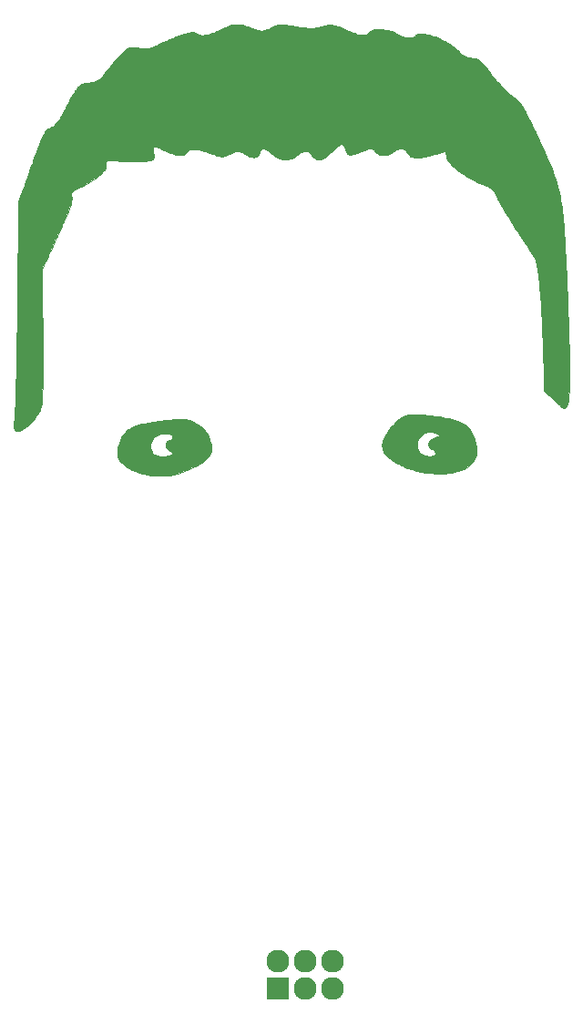
<source format=gbr>
G04 #@! TF.GenerationSoftware,KiCad,Pcbnew,(5.1.2)-1*
G04 #@! TF.CreationDate,2019-07-10T22:33:53-05:00*
G04 #@! TF.ProjectId,hank-hill-sao,68616e6b-2d68-4696-9c6c-2d73616f2e6b,rev?*
G04 #@! TF.SameCoordinates,Original*
G04 #@! TF.FileFunction,Soldermask,Top*
G04 #@! TF.FilePolarity,Negative*
%FSLAX46Y46*%
G04 Gerber Fmt 4.6, Leading zero omitted, Abs format (unit mm)*
G04 Created by KiCad (PCBNEW (5.1.2)-1) date 2019-07-10 22:33:53*
%MOMM*%
%LPD*%
G04 APERTURE LIST*
%ADD10C,0.010000*%
%ADD11C,2.127200*%
%ADD12O,2.127200X2.127200*%
%ADD13R,2.127200X2.127200*%
G04 APERTURE END LIST*
D10*
G36*
X-12404078Y10557734D02*
G01*
X-12293733Y10551641D01*
X-12191207Y10541167D01*
X-12094775Y10526288D01*
X-12002713Y10506979D01*
X-11913296Y10483217D01*
X-11824801Y10454978D01*
X-11735503Y10422236D01*
X-11645900Y10385906D01*
X-11389975Y10270059D01*
X-11157639Y10147815D01*
X-10947647Y10018114D01*
X-10758755Y9879894D01*
X-10589719Y9732096D01*
X-10439294Y9573657D01*
X-10306236Y9403518D01*
X-10189301Y9220618D01*
X-10114426Y9080500D01*
X-10025958Y8890097D01*
X-9947425Y8697494D01*
X-9880581Y8507732D01*
X-9827185Y8325855D01*
X-9788991Y8156906D01*
X-9784918Y8134350D01*
X-9773341Y8047028D01*
X-9766131Y7947586D01*
X-9763306Y7843210D01*
X-9764882Y7741082D01*
X-9770879Y7648386D01*
X-9781314Y7572306D01*
X-9783503Y7561668D01*
X-9825166Y7410871D01*
X-9883271Y7266310D01*
X-9958717Y7127106D01*
X-10052400Y6992379D01*
X-10165220Y6861251D01*
X-10298074Y6732842D01*
X-10451860Y6606272D01*
X-10627476Y6480662D01*
X-10825819Y6355133D01*
X-11047789Y6228805D01*
X-11254960Y6120519D01*
X-11662775Y5926026D01*
X-12067800Y5755439D01*
X-12469652Y5608848D01*
X-12867946Y5486343D01*
X-13262299Y5388015D01*
X-13652327Y5313954D01*
X-14037646Y5264251D01*
X-14417873Y5238995D01*
X-14792623Y5238278D01*
X-14966950Y5246456D01*
X-15333479Y5281935D01*
X-15700385Y5342020D01*
X-16065346Y5426059D01*
X-16426043Y5533401D01*
X-16780155Y5663394D01*
X-17125362Y5815387D01*
X-17294383Y5899681D01*
X-17520939Y6026004D01*
X-17722903Y6157197D01*
X-17900705Y6293763D01*
X-18054775Y6436204D01*
X-18185544Y6585021D01*
X-18293441Y6740717D01*
X-18378895Y6903792D01*
X-18442338Y7074749D01*
X-18484198Y7254089D01*
X-18490758Y7296150D01*
X-18503566Y7468811D01*
X-18494835Y7654142D01*
X-18464691Y7851554D01*
X-18413259Y8060459D01*
X-18395653Y8113768D01*
X-15416148Y8113768D01*
X-15410120Y7956217D01*
X-15379134Y7796239D01*
X-15323139Y7633209D01*
X-15284146Y7547068D01*
X-15217514Y7427076D01*
X-15144338Y7328905D01*
X-15061692Y7250557D01*
X-14966648Y7190032D01*
X-14856278Y7145331D01*
X-14727654Y7114453D01*
X-14630400Y7100569D01*
X-14560725Y7094916D01*
X-14472997Y7091073D01*
X-14373245Y7089001D01*
X-14267496Y7088662D01*
X-14161777Y7090017D01*
X-14062115Y7093028D01*
X-13974538Y7097655D01*
X-13905072Y7103860D01*
X-13893800Y7105298D01*
X-13783931Y7122491D01*
X-13693218Y7141994D01*
X-13615430Y7165452D01*
X-13544332Y7194514D01*
X-13529460Y7201585D01*
X-13461681Y7240458D01*
X-13416807Y7281155D01*
X-13392367Y7326634D01*
X-13385800Y7373659D01*
X-13394441Y7421200D01*
X-13421438Y7466723D01*
X-13468404Y7511721D01*
X-13536951Y7557691D01*
X-13628692Y7606128D01*
X-13644817Y7613822D01*
X-13711790Y7646645D01*
X-13761391Y7674558D01*
X-13799948Y7701780D01*
X-13833791Y7732530D01*
X-13852400Y7752157D01*
X-13920446Y7840155D01*
X-13968982Y7936015D01*
X-14001547Y8046788D01*
X-14002475Y8051188D01*
X-14013699Y8153457D01*
X-14005192Y8250241D01*
X-13978794Y8338736D01*
X-13936344Y8416141D01*
X-13879679Y8479651D01*
X-13810638Y8526466D01*
X-13731061Y8553781D01*
X-13668838Y8559800D01*
X-13598724Y8571848D01*
X-13532712Y8605382D01*
X-13474701Y8656489D01*
X-13428590Y8721256D01*
X-13398276Y8795771D01*
X-13389691Y8839982D01*
X-13391950Y8918688D01*
X-13417455Y8988747D01*
X-13465008Y9048405D01*
X-13533407Y9095908D01*
X-13578435Y9115831D01*
X-13633022Y9134903D01*
X-13684630Y9149546D01*
X-13737862Y9160310D01*
X-13797324Y9167748D01*
X-13867624Y9172411D01*
X-13953365Y9174850D01*
X-14059154Y9175616D01*
X-14077950Y9175620D01*
X-14194326Y9174597D01*
X-14290728Y9171128D01*
X-14372524Y9164433D01*
X-14445087Y9153735D01*
X-14513787Y9138252D01*
X-14583993Y9117207D01*
X-14655800Y9091791D01*
X-14811857Y9021761D01*
X-14954322Y8933753D01*
X-15081133Y8829741D01*
X-15190228Y8711698D01*
X-15279546Y8581596D01*
X-15347023Y8441410D01*
X-15353526Y8424083D01*
X-15397267Y8269515D01*
X-15416148Y8113768D01*
X-18395653Y8113768D01*
X-18340664Y8280266D01*
X-18247032Y8510388D01*
X-18218950Y8572500D01*
X-18115529Y8781651D01*
X-18008463Y8967876D01*
X-17896174Y9133566D01*
X-17777087Y9281113D01*
X-17691118Y9372600D01*
X-17585670Y9471993D01*
X-17480539Y9557643D01*
X-17368942Y9634315D01*
X-17244100Y9706773D01*
X-17138650Y9760750D01*
X-17032326Y9810414D01*
X-16920877Y9857579D01*
X-16802965Y9902529D01*
X-16677253Y9945547D01*
X-16542406Y9986917D01*
X-16397086Y10026922D01*
X-16239957Y10065846D01*
X-16069681Y10103973D01*
X-15884923Y10141586D01*
X-15684344Y10178968D01*
X-15466609Y10216404D01*
X-15230381Y10254177D01*
X-14974322Y10292569D01*
X-14697096Y10331866D01*
X-14397367Y10372350D01*
X-14073797Y10414305D01*
X-14033500Y10419427D01*
X-13775201Y10451673D01*
X-13540238Y10479755D01*
X-13326887Y10503650D01*
X-13133424Y10523334D01*
X-12958124Y10538782D01*
X-12799264Y10549970D01*
X-12655119Y10556875D01*
X-12523965Y10559471D01*
X-12404078Y10557734D01*
X-12404078Y10557734D01*
G37*
X-12404078Y10557734D02*
X-12293733Y10551641D01*
X-12191207Y10541167D01*
X-12094775Y10526288D01*
X-12002713Y10506979D01*
X-11913296Y10483217D01*
X-11824801Y10454978D01*
X-11735503Y10422236D01*
X-11645900Y10385906D01*
X-11389975Y10270059D01*
X-11157639Y10147815D01*
X-10947647Y10018114D01*
X-10758755Y9879894D01*
X-10589719Y9732096D01*
X-10439294Y9573657D01*
X-10306236Y9403518D01*
X-10189301Y9220618D01*
X-10114426Y9080500D01*
X-10025958Y8890097D01*
X-9947425Y8697494D01*
X-9880581Y8507732D01*
X-9827185Y8325855D01*
X-9788991Y8156906D01*
X-9784918Y8134350D01*
X-9773341Y8047028D01*
X-9766131Y7947586D01*
X-9763306Y7843210D01*
X-9764882Y7741082D01*
X-9770879Y7648386D01*
X-9781314Y7572306D01*
X-9783503Y7561668D01*
X-9825166Y7410871D01*
X-9883271Y7266310D01*
X-9958717Y7127106D01*
X-10052400Y6992379D01*
X-10165220Y6861251D01*
X-10298074Y6732842D01*
X-10451860Y6606272D01*
X-10627476Y6480662D01*
X-10825819Y6355133D01*
X-11047789Y6228805D01*
X-11254960Y6120519D01*
X-11662775Y5926026D01*
X-12067800Y5755439D01*
X-12469652Y5608848D01*
X-12867946Y5486343D01*
X-13262299Y5388015D01*
X-13652327Y5313954D01*
X-14037646Y5264251D01*
X-14417873Y5238995D01*
X-14792623Y5238278D01*
X-14966950Y5246456D01*
X-15333479Y5281935D01*
X-15700385Y5342020D01*
X-16065346Y5426059D01*
X-16426043Y5533401D01*
X-16780155Y5663394D01*
X-17125362Y5815387D01*
X-17294383Y5899681D01*
X-17520939Y6026004D01*
X-17722903Y6157197D01*
X-17900705Y6293763D01*
X-18054775Y6436204D01*
X-18185544Y6585021D01*
X-18293441Y6740717D01*
X-18378895Y6903792D01*
X-18442338Y7074749D01*
X-18484198Y7254089D01*
X-18490758Y7296150D01*
X-18503566Y7468811D01*
X-18494835Y7654142D01*
X-18464691Y7851554D01*
X-18413259Y8060459D01*
X-18395653Y8113768D01*
X-15416148Y8113768D01*
X-15410120Y7956217D01*
X-15379134Y7796239D01*
X-15323139Y7633209D01*
X-15284146Y7547068D01*
X-15217514Y7427076D01*
X-15144338Y7328905D01*
X-15061692Y7250557D01*
X-14966648Y7190032D01*
X-14856278Y7145331D01*
X-14727654Y7114453D01*
X-14630400Y7100569D01*
X-14560725Y7094916D01*
X-14472997Y7091073D01*
X-14373245Y7089001D01*
X-14267496Y7088662D01*
X-14161777Y7090017D01*
X-14062115Y7093028D01*
X-13974538Y7097655D01*
X-13905072Y7103860D01*
X-13893800Y7105298D01*
X-13783931Y7122491D01*
X-13693218Y7141994D01*
X-13615430Y7165452D01*
X-13544332Y7194514D01*
X-13529460Y7201585D01*
X-13461681Y7240458D01*
X-13416807Y7281155D01*
X-13392367Y7326634D01*
X-13385800Y7373659D01*
X-13394441Y7421200D01*
X-13421438Y7466723D01*
X-13468404Y7511721D01*
X-13536951Y7557691D01*
X-13628692Y7606128D01*
X-13644817Y7613822D01*
X-13711790Y7646645D01*
X-13761391Y7674558D01*
X-13799948Y7701780D01*
X-13833791Y7732530D01*
X-13852400Y7752157D01*
X-13920446Y7840155D01*
X-13968982Y7936015D01*
X-14001547Y8046788D01*
X-14002475Y8051188D01*
X-14013699Y8153457D01*
X-14005192Y8250241D01*
X-13978794Y8338736D01*
X-13936344Y8416141D01*
X-13879679Y8479651D01*
X-13810638Y8526466D01*
X-13731061Y8553781D01*
X-13668838Y8559800D01*
X-13598724Y8571848D01*
X-13532712Y8605382D01*
X-13474701Y8656489D01*
X-13428590Y8721256D01*
X-13398276Y8795771D01*
X-13389691Y8839982D01*
X-13391950Y8918688D01*
X-13417455Y8988747D01*
X-13465008Y9048405D01*
X-13533407Y9095908D01*
X-13578435Y9115831D01*
X-13633022Y9134903D01*
X-13684630Y9149546D01*
X-13737862Y9160310D01*
X-13797324Y9167748D01*
X-13867624Y9172411D01*
X-13953365Y9174850D01*
X-14059154Y9175616D01*
X-14077950Y9175620D01*
X-14194326Y9174597D01*
X-14290728Y9171128D01*
X-14372524Y9164433D01*
X-14445087Y9153735D01*
X-14513787Y9138252D01*
X-14583993Y9117207D01*
X-14655800Y9091791D01*
X-14811857Y9021761D01*
X-14954322Y8933753D01*
X-15081133Y8829741D01*
X-15190228Y8711698D01*
X-15279546Y8581596D01*
X-15347023Y8441410D01*
X-15353526Y8424083D01*
X-15397267Y8269515D01*
X-15416148Y8113768D01*
X-18395653Y8113768D01*
X-18340664Y8280266D01*
X-18247032Y8510388D01*
X-18218950Y8572500D01*
X-18115529Y8781651D01*
X-18008463Y8967876D01*
X-17896174Y9133566D01*
X-17777087Y9281113D01*
X-17691118Y9372600D01*
X-17585670Y9471993D01*
X-17480539Y9557643D01*
X-17368942Y9634315D01*
X-17244100Y9706773D01*
X-17138650Y9760750D01*
X-17032326Y9810414D01*
X-16920877Y9857579D01*
X-16802965Y9902529D01*
X-16677253Y9945547D01*
X-16542406Y9986917D01*
X-16397086Y10026922D01*
X-16239957Y10065846D01*
X-16069681Y10103973D01*
X-15884923Y10141586D01*
X-15684344Y10178968D01*
X-15466609Y10216404D01*
X-15230381Y10254177D01*
X-14974322Y10292569D01*
X-14697096Y10331866D01*
X-14397367Y10372350D01*
X-14073797Y10414305D01*
X-14033500Y10419427D01*
X-13775201Y10451673D01*
X-13540238Y10479755D01*
X-13326887Y10503650D01*
X-13133424Y10523334D01*
X-12958124Y10538782D01*
X-12799264Y10549970D01*
X-12655119Y10556875D01*
X-12523965Y10559471D01*
X-12404078Y10557734D01*
G36*
X9234904Y10971372D02*
G01*
X9361030Y10968843D01*
X9483096Y10964738D01*
X9596202Y10959084D01*
X9673226Y10953765D01*
X9854846Y10938050D01*
X10056057Y10918401D01*
X10271462Y10895456D01*
X10495667Y10869854D01*
X10723278Y10842231D01*
X10948897Y10813228D01*
X11167132Y10783480D01*
X11372586Y10753628D01*
X11398250Y10749746D01*
X11733857Y10695774D01*
X12045247Y10639219D01*
X12333530Y10579389D01*
X12599817Y10515590D01*
X12845221Y10447126D01*
X13070852Y10373304D01*
X13277823Y10293430D01*
X13467244Y10206810D01*
X13640227Y10112749D01*
X13797884Y10010555D01*
X13941327Y9899532D01*
X14071666Y9778987D01*
X14190013Y9648226D01*
X14297479Y9506554D01*
X14395177Y9353278D01*
X14484217Y9187703D01*
X14565712Y9009136D01*
X14640771Y8816882D01*
X14681551Y8699564D01*
X14745948Y8496287D01*
X14797325Y8310200D01*
X14836469Y8137178D01*
X14864166Y7973091D01*
X14881206Y7813812D01*
X14888375Y7655214D01*
X14888719Y7613650D01*
X14880942Y7409375D01*
X14856476Y7221427D01*
X14814271Y7046121D01*
X14753279Y6879772D01*
X14672451Y6718692D01*
X14601445Y6604000D01*
X14543464Y6526723D01*
X14468698Y6441706D01*
X14382337Y6353946D01*
X14289573Y6268438D01*
X14195596Y6190180D01*
X14105596Y6124167D01*
X14097000Y6118422D01*
X13890474Y5994915D01*
X13663070Y5883404D01*
X13416486Y5784249D01*
X13152421Y5697811D01*
X12872575Y5624449D01*
X12578647Y5564524D01*
X12272336Y5518395D01*
X11955340Y5486424D01*
X11629360Y5468969D01*
X11296094Y5466391D01*
X11055350Y5473819D01*
X10621171Y5505752D01*
X10184571Y5560591D01*
X9748827Y5637581D01*
X9317217Y5735962D01*
X8893021Y5854977D01*
X8479517Y5993870D01*
X8079983Y6151881D01*
X8032750Y6172259D01*
X7920926Y6222625D01*
X7797585Y6281061D01*
X7668789Y6344490D01*
X7540603Y6409831D01*
X7419090Y6474006D01*
X7310317Y6533936D01*
X7239000Y6575285D01*
X7020341Y6713517D01*
X6826646Y6852318D01*
X6657478Y6992240D01*
X6512400Y7133829D01*
X6390978Y7277634D01*
X6292773Y7424205D01*
X6217350Y7574090D01*
X6164272Y7727836D01*
X6133103Y7885994D01*
X6125112Y7975600D01*
X6126262Y8096148D01*
X9355388Y8096148D01*
X9359289Y8000115D01*
X9369971Y7916266D01*
X9376523Y7886700D01*
X9402659Y7807643D01*
X9440720Y7719725D01*
X9486184Y7631834D01*
X9534531Y7552859D01*
X9571957Y7502419D01*
X9646702Y7422020D01*
X9728672Y7353324D01*
X9824384Y7291399D01*
X9912350Y7244832D01*
X10071412Y7177829D01*
X10237369Y7128880D01*
X10405426Y7098766D01*
X10570785Y7088268D01*
X10728650Y7098164D01*
X10772325Y7104957D01*
X10871908Y7129191D01*
X10957461Y7162980D01*
X11026925Y7204610D01*
X11078244Y7252369D01*
X11109360Y7304545D01*
X11118217Y7359423D01*
X11113240Y7388817D01*
X11084880Y7452134D01*
X11036936Y7519524D01*
X10973704Y7586405D01*
X10899481Y7648191D01*
X10824315Y7697086D01*
X10700761Y7772972D01*
X10600466Y7848265D01*
X10521409Y7924805D01*
X10461565Y8004434D01*
X10436046Y8050338D01*
X10403053Y8143712D01*
X10394842Y8237781D01*
X10410882Y8331097D01*
X10450646Y8422213D01*
X10513604Y8509679D01*
X10599228Y8592049D01*
X10647158Y8628595D01*
X10694618Y8660712D01*
X10744926Y8691130D01*
X10801501Y8721479D01*
X10867760Y8753392D01*
X10947119Y8788498D01*
X11042996Y8828430D01*
X11158807Y8874820D01*
X11182350Y8884106D01*
X11263056Y8915881D01*
X11337364Y8945141D01*
X11401509Y8970403D01*
X11451726Y8990185D01*
X11484248Y9003003D01*
X11493500Y9006654D01*
X11510692Y9014482D01*
X11512983Y9021868D01*
X11497722Y9032848D01*
X11465044Y9050037D01*
X11404046Y9080233D01*
X11330220Y9115151D01*
X11248370Y9152683D01*
X11163297Y9190717D01*
X11079806Y9227143D01*
X11002700Y9259851D01*
X10936780Y9286732D01*
X10886851Y9305674D01*
X10871191Y9310948D01*
X10830176Y9322848D01*
X10791674Y9331153D01*
X10749636Y9336482D01*
X10698016Y9339454D01*
X10630768Y9340687D01*
X10579100Y9340850D01*
X10478268Y9339166D01*
X10394980Y9333023D01*
X10321534Y9320792D01*
X10250233Y9300841D01*
X10173377Y9271539D01*
X10101301Y9239616D01*
X9954646Y9158488D01*
X9818155Y9056079D01*
X9694230Y8935296D01*
X9585273Y8799040D01*
X9493685Y8650219D01*
X9421869Y8491735D01*
X9383188Y8371160D01*
X9367456Y8290289D01*
X9358150Y8195746D01*
X9355388Y8096148D01*
X6126262Y8096148D01*
X6126626Y8134298D01*
X6147688Y8299042D01*
X6188613Y8470479D01*
X6249715Y8649256D01*
X6331309Y8836020D01*
X6433710Y9031418D01*
X6557232Y9236096D01*
X6702190Y9450702D01*
X6868900Y9675883D01*
X7057674Y9912286D01*
X7080946Y9940382D01*
X7238594Y10123925D01*
X7388684Y10285337D01*
X7533366Y10425960D01*
X7674788Y10547133D01*
X7815103Y10650198D01*
X7956459Y10736496D01*
X8101006Y10807368D01*
X8250895Y10864154D01*
X8408275Y10908194D01*
X8575297Y10940831D01*
X8714874Y10959367D01*
X8787800Y10965150D01*
X8881166Y10969214D01*
X8990072Y10971586D01*
X9109618Y10972296D01*
X9234904Y10971372D01*
X9234904Y10971372D01*
G37*
X9234904Y10971372D02*
X9361030Y10968843D01*
X9483096Y10964738D01*
X9596202Y10959084D01*
X9673226Y10953765D01*
X9854846Y10938050D01*
X10056057Y10918401D01*
X10271462Y10895456D01*
X10495667Y10869854D01*
X10723278Y10842231D01*
X10948897Y10813228D01*
X11167132Y10783480D01*
X11372586Y10753628D01*
X11398250Y10749746D01*
X11733857Y10695774D01*
X12045247Y10639219D01*
X12333530Y10579389D01*
X12599817Y10515590D01*
X12845221Y10447126D01*
X13070852Y10373304D01*
X13277823Y10293430D01*
X13467244Y10206810D01*
X13640227Y10112749D01*
X13797884Y10010555D01*
X13941327Y9899532D01*
X14071666Y9778987D01*
X14190013Y9648226D01*
X14297479Y9506554D01*
X14395177Y9353278D01*
X14484217Y9187703D01*
X14565712Y9009136D01*
X14640771Y8816882D01*
X14681551Y8699564D01*
X14745948Y8496287D01*
X14797325Y8310200D01*
X14836469Y8137178D01*
X14864166Y7973091D01*
X14881206Y7813812D01*
X14888375Y7655214D01*
X14888719Y7613650D01*
X14880942Y7409375D01*
X14856476Y7221427D01*
X14814271Y7046121D01*
X14753279Y6879772D01*
X14672451Y6718692D01*
X14601445Y6604000D01*
X14543464Y6526723D01*
X14468698Y6441706D01*
X14382337Y6353946D01*
X14289573Y6268438D01*
X14195596Y6190180D01*
X14105596Y6124167D01*
X14097000Y6118422D01*
X13890474Y5994915D01*
X13663070Y5883404D01*
X13416486Y5784249D01*
X13152421Y5697811D01*
X12872575Y5624449D01*
X12578647Y5564524D01*
X12272336Y5518395D01*
X11955340Y5486424D01*
X11629360Y5468969D01*
X11296094Y5466391D01*
X11055350Y5473819D01*
X10621171Y5505752D01*
X10184571Y5560591D01*
X9748827Y5637581D01*
X9317217Y5735962D01*
X8893021Y5854977D01*
X8479517Y5993870D01*
X8079983Y6151881D01*
X8032750Y6172259D01*
X7920926Y6222625D01*
X7797585Y6281061D01*
X7668789Y6344490D01*
X7540603Y6409831D01*
X7419090Y6474006D01*
X7310317Y6533936D01*
X7239000Y6575285D01*
X7020341Y6713517D01*
X6826646Y6852318D01*
X6657478Y6992240D01*
X6512400Y7133829D01*
X6390978Y7277634D01*
X6292773Y7424205D01*
X6217350Y7574090D01*
X6164272Y7727836D01*
X6133103Y7885994D01*
X6125112Y7975600D01*
X6126262Y8096148D01*
X9355388Y8096148D01*
X9359289Y8000115D01*
X9369971Y7916266D01*
X9376523Y7886700D01*
X9402659Y7807643D01*
X9440720Y7719725D01*
X9486184Y7631834D01*
X9534531Y7552859D01*
X9571957Y7502419D01*
X9646702Y7422020D01*
X9728672Y7353324D01*
X9824384Y7291399D01*
X9912350Y7244832D01*
X10071412Y7177829D01*
X10237369Y7128880D01*
X10405426Y7098766D01*
X10570785Y7088268D01*
X10728650Y7098164D01*
X10772325Y7104957D01*
X10871908Y7129191D01*
X10957461Y7162980D01*
X11026925Y7204610D01*
X11078244Y7252369D01*
X11109360Y7304545D01*
X11118217Y7359423D01*
X11113240Y7388817D01*
X11084880Y7452134D01*
X11036936Y7519524D01*
X10973704Y7586405D01*
X10899481Y7648191D01*
X10824315Y7697086D01*
X10700761Y7772972D01*
X10600466Y7848265D01*
X10521409Y7924805D01*
X10461565Y8004434D01*
X10436046Y8050338D01*
X10403053Y8143712D01*
X10394842Y8237781D01*
X10410882Y8331097D01*
X10450646Y8422213D01*
X10513604Y8509679D01*
X10599228Y8592049D01*
X10647158Y8628595D01*
X10694618Y8660712D01*
X10744926Y8691130D01*
X10801501Y8721479D01*
X10867760Y8753392D01*
X10947119Y8788498D01*
X11042996Y8828430D01*
X11158807Y8874820D01*
X11182350Y8884106D01*
X11263056Y8915881D01*
X11337364Y8945141D01*
X11401509Y8970403D01*
X11451726Y8990185D01*
X11484248Y9003003D01*
X11493500Y9006654D01*
X11510692Y9014482D01*
X11512983Y9021868D01*
X11497722Y9032848D01*
X11465044Y9050037D01*
X11404046Y9080233D01*
X11330220Y9115151D01*
X11248370Y9152683D01*
X11163297Y9190717D01*
X11079806Y9227143D01*
X11002700Y9259851D01*
X10936780Y9286732D01*
X10886851Y9305674D01*
X10871191Y9310948D01*
X10830176Y9322848D01*
X10791674Y9331153D01*
X10749636Y9336482D01*
X10698016Y9339454D01*
X10630768Y9340687D01*
X10579100Y9340850D01*
X10478268Y9339166D01*
X10394980Y9333023D01*
X10321534Y9320792D01*
X10250233Y9300841D01*
X10173377Y9271539D01*
X10101301Y9239616D01*
X9954646Y9158488D01*
X9818155Y9056079D01*
X9694230Y8935296D01*
X9585273Y8799040D01*
X9493685Y8650219D01*
X9421869Y8491735D01*
X9383188Y8371160D01*
X9367456Y8290289D01*
X9358150Y8195746D01*
X9355388Y8096148D01*
X6126262Y8096148D01*
X6126626Y8134298D01*
X6147688Y8299042D01*
X6188613Y8470479D01*
X6249715Y8649256D01*
X6331309Y8836020D01*
X6433710Y9031418D01*
X6557232Y9236096D01*
X6702190Y9450702D01*
X6868900Y9675883D01*
X7057674Y9912286D01*
X7080946Y9940382D01*
X7238594Y10123925D01*
X7388684Y10285337D01*
X7533366Y10425960D01*
X7674788Y10547133D01*
X7815103Y10650198D01*
X7956459Y10736496D01*
X8101006Y10807368D01*
X8250895Y10864154D01*
X8408275Y10908194D01*
X8575297Y10940831D01*
X8714874Y10959367D01*
X8787800Y10965150D01*
X8881166Y10969214D01*
X8990072Y10971586D01*
X9109618Y10972296D01*
X9234904Y10971372D01*
G36*
X-7313693Y47212700D02*
G01*
X-7185058Y47200261D01*
X-7048095Y47179118D01*
X-6900621Y47148951D01*
X-6740458Y47109440D01*
X-6565424Y47060266D01*
X-6373339Y47001110D01*
X-6162022Y46931651D01*
X-5998536Y46875706D01*
X-5895172Y46840098D01*
X-5793140Y46805398D01*
X-5696558Y46772975D01*
X-5609542Y46744194D01*
X-5536211Y46720423D01*
X-5480681Y46703030D01*
X-5461000Y46697188D01*
X-5319527Y46660163D01*
X-5193099Y46635996D01*
X-5076977Y46625202D01*
X-4966425Y46628298D01*
X-4856703Y46645799D01*
X-4743075Y46678222D01*
X-4620802Y46726084D01*
X-4485146Y46789899D01*
X-4450860Y46807243D01*
X-4322287Y46872905D01*
X-4213842Y46928033D01*
X-4123098Y46973779D01*
X-4047628Y47011293D01*
X-3985006Y47041725D01*
X-3932805Y47066225D01*
X-3888600Y47085945D01*
X-3849964Y47102034D01*
X-3814469Y47115643D01*
X-3779691Y47127921D01*
X-3761845Y47133911D01*
X-3677307Y47159243D01*
X-3591347Y47179179D01*
X-3501833Y47193626D01*
X-3406631Y47202493D01*
X-3303610Y47205689D01*
X-3190637Y47203121D01*
X-3065580Y47194697D01*
X-2926305Y47180326D01*
X-2770681Y47159916D01*
X-2596575Y47133374D01*
X-2401855Y47100611D01*
X-2216150Y47067363D01*
X-1999778Y47028720D01*
X-1803229Y46995768D01*
X-1621725Y46967878D01*
X-1450491Y46944418D01*
X-1284747Y46924760D01*
X-1119718Y46908272D01*
X-950624Y46894325D01*
X-850900Y46887291D01*
X-752232Y46882199D01*
X-644606Y46879217D01*
X-532476Y46878244D01*
X-420297Y46879178D01*
X-312522Y46881918D01*
X-213606Y46886361D01*
X-128003Y46892407D01*
X-60167Y46899953D01*
X-25400Y46906128D01*
X4801Y46913216D01*
X56551Y46925633D01*
X126739Y46942621D01*
X212255Y46963424D01*
X309986Y46987284D01*
X416822Y47013442D01*
X529652Y47041143D01*
X576538Y47052676D01*
X716162Y47086865D01*
X834131Y47115143D01*
X933398Y47137881D01*
X1016917Y47155452D01*
X1087643Y47168228D01*
X1148530Y47176582D01*
X1202531Y47180885D01*
X1252602Y47181510D01*
X1301697Y47178829D01*
X1352769Y47173216D01*
X1408773Y47165041D01*
X1434923Y47160861D01*
X1581520Y47133134D01*
X1735654Y47096032D01*
X1899422Y47048840D01*
X2074923Y46990844D01*
X2264257Y46921330D01*
X2469523Y46839584D01*
X2692818Y46744893D01*
X2812258Y46692302D01*
X3025274Y46598906D01*
X3218151Y46517441D01*
X3392785Y46447205D01*
X3551070Y46387496D01*
X3694903Y46337613D01*
X3826181Y46296852D01*
X3946798Y46264512D01*
X4003011Y46251433D01*
X4120618Y46231385D01*
X4240059Y46221708D01*
X4354783Y46222415D01*
X4458241Y46233521D01*
X4529777Y46250303D01*
X4629234Y46292086D01*
X4730237Y46353861D01*
X4826626Y46431422D01*
X4893175Y46498526D01*
X4965321Y46568376D01*
X5047156Y46626314D01*
X5140912Y46673005D01*
X5248821Y46709118D01*
X5373112Y46735317D01*
X5516018Y46752270D01*
X5679771Y46760643D01*
X5774723Y46761828D01*
X6082371Y46749904D01*
X6385410Y46713158D01*
X6685501Y46651358D01*
X6822099Y46614715D01*
X7001807Y46558594D01*
X7164983Y46497565D01*
X7320474Y46427775D01*
X7477126Y46345374D01*
X7584423Y46282828D01*
X7783839Y46177268D01*
X7991790Y46095559D01*
X8207543Y46037899D01*
X8430365Y46004489D01*
X8636000Y45995317D01*
X8766600Y45999198D01*
X8876237Y46010642D01*
X8968546Y46030887D01*
X9047165Y46061170D01*
X9115729Y46102730D01*
X9177873Y46156803D01*
X9208841Y46190255D01*
X9246142Y46230455D01*
X9282894Y46265623D01*
X9311809Y46288839D01*
X9314445Y46290517D01*
X9403855Y46331547D01*
X9512341Y46358426D01*
X9638274Y46371713D01*
X9780022Y46371968D01*
X9935957Y46359753D01*
X10104449Y46335627D01*
X10283867Y46300151D01*
X10472583Y46253884D01*
X10668967Y46197388D01*
X10871388Y46131221D01*
X11078217Y46055945D01*
X11287824Y45972121D01*
X11498580Y45880307D01*
X11708855Y45781064D01*
X11917018Y45674953D01*
X12121441Y45562534D01*
X12320493Y45444367D01*
X12512545Y45321012D01*
X12695967Y45193030D01*
X12852400Y45074290D01*
X12899118Y45035473D01*
X12958782Y44983138D01*
X13026434Y44921792D01*
X13097120Y44855936D01*
X13165883Y44790076D01*
X13176250Y44779963D01*
X13292860Y44667352D01*
X13395420Y44571749D01*
X13486582Y44491030D01*
X13569000Y44423067D01*
X13645329Y44365737D01*
X13718221Y44316912D01*
X13790329Y44274467D01*
X13839847Y44248378D01*
X13938064Y44201789D01*
X14029569Y44165611D01*
X14120595Y44138315D01*
X14217370Y44118372D01*
X14326127Y44104255D01*
X14453096Y44094433D01*
X14471650Y44093371D01*
X14551928Y44088137D01*
X14629517Y44081655D01*
X14698349Y44074536D01*
X14752353Y44067388D01*
X14779165Y44062448D01*
X14853787Y44042347D01*
X14926350Y44016484D01*
X14998062Y43983700D01*
X15070130Y43942837D01*
X15143762Y43892736D01*
X15220167Y43832238D01*
X15300552Y43760185D01*
X15386124Y43675417D01*
X15478093Y43576776D01*
X15577665Y43463104D01*
X15686049Y43333241D01*
X15804452Y43186028D01*
X15934083Y43020307D01*
X16076150Y42834920D01*
X16122658Y42773600D01*
X16283167Y42563231D01*
X16432514Y42371311D01*
X16573249Y42194911D01*
X16707928Y42031104D01*
X16839103Y41876960D01*
X16969327Y41729551D01*
X17101155Y41585949D01*
X17237138Y41443225D01*
X17379830Y41298451D01*
X17531785Y41148698D01*
X17580730Y41101232D01*
X17706050Y40982564D01*
X17820798Y40879506D01*
X17930176Y40787759D01*
X18039385Y40703025D01*
X18153629Y40621004D01*
X18201462Y40588289D01*
X18308129Y40515029D01*
X18397829Y40450347D01*
X18475598Y40390127D01*
X18546470Y40330257D01*
X18615480Y40266620D01*
X18687664Y40195102D01*
X18707628Y40174652D01*
X18794458Y40081412D01*
X18877550Y39983858D01*
X18959118Y39878864D01*
X19041377Y39763304D01*
X19126543Y39634051D01*
X19216829Y39487978D01*
X19314453Y39321960D01*
X19326219Y39301500D01*
X19376302Y39211750D01*
X19435979Y39100481D01*
X19504454Y38969353D01*
X19580931Y38820023D01*
X19664615Y38654153D01*
X19754707Y38473399D01*
X19850413Y38279421D01*
X19950936Y38073877D01*
X20055480Y37858428D01*
X20163248Y37634731D01*
X20273445Y37404446D01*
X20385273Y37169231D01*
X20497937Y36930745D01*
X20610641Y36690648D01*
X20722588Y36450597D01*
X20832981Y36212253D01*
X20941026Y35977273D01*
X21045925Y35747317D01*
X21146882Y35524044D01*
X21243101Y35309112D01*
X21250137Y35293300D01*
X21425658Y34893882D01*
X21588750Y34512093D01*
X21739963Y34145690D01*
X21879848Y33792429D01*
X22008954Y33450066D01*
X22127832Y33116359D01*
X22237030Y32789063D01*
X22337100Y32465935D01*
X22428591Y32144731D01*
X22512053Y31823207D01*
X22588036Y31499120D01*
X22657089Y31170227D01*
X22719764Y30834283D01*
X22776610Y30489046D01*
X22828177Y30132271D01*
X22875014Y29761715D01*
X22917672Y29375134D01*
X22956701Y28970284D01*
X22992651Y28544923D01*
X23026071Y28096806D01*
X23030802Y28028900D01*
X23043763Y27836294D01*
X23057023Y27629196D01*
X23070620Y27406839D01*
X23084595Y27168458D01*
X23098987Y26913285D01*
X23113834Y26640552D01*
X23129175Y26349494D01*
X23145051Y26039342D01*
X23161499Y25709330D01*
X23178559Y25358691D01*
X23196271Y24986659D01*
X23214673Y24592465D01*
X23233804Y24175343D01*
X23253704Y23734526D01*
X23274412Y23269247D01*
X23278744Y23171150D01*
X23301973Y22639422D01*
X23323739Y22130448D01*
X23344133Y21641631D01*
X23363248Y21170371D01*
X23381175Y20714073D01*
X23398007Y20270136D01*
X23413834Y19835964D01*
X23428749Y19408959D01*
X23442844Y18986522D01*
X23456210Y18566055D01*
X23468938Y18144961D01*
X23481122Y17720641D01*
X23492853Y17290498D01*
X23504221Y16851933D01*
X23509593Y16637000D01*
X23512607Y16499183D01*
X23515300Y16344223D01*
X23517670Y16174428D01*
X23519719Y15992106D01*
X23521445Y15799565D01*
X23522849Y15599113D01*
X23523929Y15393058D01*
X23524685Y15183707D01*
X23525117Y14973369D01*
X23525224Y14764352D01*
X23525007Y14558964D01*
X23524464Y14359512D01*
X23523595Y14168305D01*
X23522400Y13987651D01*
X23520879Y13819857D01*
X23519030Y13667232D01*
X23516854Y13532083D01*
X23514350Y13416718D01*
X23511518Y13323446D01*
X23510192Y13290550D01*
X23497611Y13037171D01*
X23483427Y12808541D01*
X23467556Y12604055D01*
X23449917Y12423110D01*
X23430426Y12265100D01*
X23409002Y12129420D01*
X23385561Y12015466D01*
X23360020Y11922632D01*
X23332298Y11850314D01*
X23307043Y11804650D01*
X23282748Y11772844D01*
X23246473Y11730307D01*
X23204354Y11684111D01*
X23183850Y11662701D01*
X23129463Y11610796D01*
X23083834Y11577814D01*
X23041583Y11561575D01*
X22997331Y11559900D01*
X22952118Y11568834D01*
X22925274Y11577217D01*
X22897379Y11588678D01*
X22867246Y11604262D01*
X22833692Y11625016D01*
X22795530Y11651986D01*
X22751577Y11686218D01*
X22700647Y11728757D01*
X22641554Y11780650D01*
X22573115Y11842944D01*
X22494143Y11916683D01*
X22403454Y12002914D01*
X22299863Y12102683D01*
X22182185Y12217037D01*
X22049234Y12347020D01*
X21899825Y12493680D01*
X21859875Y12532964D01*
X21196300Y13185634D01*
X21196300Y13259967D01*
X21195857Y13280377D01*
X21194566Y13324664D01*
X21192478Y13391320D01*
X21189646Y13478836D01*
X21186122Y13585707D01*
X21181959Y13710423D01*
X21177209Y13851478D01*
X21171924Y14007363D01*
X21166158Y14176572D01*
X21159962Y14357596D01*
X21153390Y14548928D01*
X21146493Y14749060D01*
X21139323Y14956486D01*
X21131935Y15169696D01*
X21124379Y15387184D01*
X21116709Y15607442D01*
X21108977Y15828962D01*
X21101235Y16050237D01*
X21093536Y16269759D01*
X21085933Y16486021D01*
X21078477Y16697515D01*
X21071221Y16902733D01*
X21064218Y17100167D01*
X21057521Y17288311D01*
X21051181Y17465656D01*
X21045251Y17630696D01*
X21039784Y17781921D01*
X21034832Y17917825D01*
X21030448Y18036901D01*
X21026684Y18137640D01*
X21024831Y18186400D01*
X21001369Y18770345D01*
X20976573Y19331842D01*
X20950458Y19870748D01*
X20923040Y20386919D01*
X20894333Y20880212D01*
X20864353Y21350482D01*
X20833114Y21797585D01*
X20800632Y22221378D01*
X20766921Y22621716D01*
X20731997Y22998456D01*
X20695874Y23351453D01*
X20658568Y23680565D01*
X20620093Y23985646D01*
X20580465Y24266553D01*
X20539698Y24523143D01*
X20497808Y24755271D01*
X20454809Y24962793D01*
X20410717Y25145565D01*
X20365546Y25303444D01*
X20319312Y25436285D01*
X20272029Y25543946D01*
X20254029Y25577800D01*
X20221335Y25634312D01*
X20179408Y25704135D01*
X20127834Y25787909D01*
X20066197Y25886277D01*
X19994084Y25999881D01*
X19911079Y26129363D01*
X19816768Y26275364D01*
X19710735Y26438527D01*
X19592568Y26619493D01*
X19461849Y26818904D01*
X19318166Y27037401D01*
X19161104Y27275628D01*
X18990247Y27534226D01*
X18982261Y27546300D01*
X18770134Y27867881D01*
X18572017Y28170027D01*
X18387159Y28453972D01*
X18214810Y28720952D01*
X18054219Y28972202D01*
X17904635Y29208957D01*
X17765308Y29432452D01*
X17635485Y29643923D01*
X17514416Y29844604D01*
X17401351Y30035730D01*
X17295539Y30218536D01*
X17196228Y30394258D01*
X17102668Y30564130D01*
X17014108Y30729389D01*
X16929797Y30891267D01*
X16848984Y31051002D01*
X16837531Y31074021D01*
X16786428Y31175659D01*
X16734742Y31276108D01*
X16684517Y31371563D01*
X16637795Y31458220D01*
X16596620Y31532276D01*
X16563034Y31589925D01*
X16545171Y31618423D01*
X16429824Y31774218D01*
X16302684Y31910883D01*
X16173450Y32020382D01*
X16104435Y32066651D01*
X16015875Y32117968D01*
X15912526Y32172000D01*
X15799147Y32226412D01*
X15680495Y32278871D01*
X15561328Y32327042D01*
X15506700Y32347464D01*
X15423892Y32378067D01*
X15331736Y32412970D01*
X15241054Y32448028D01*
X15162668Y32479098D01*
X15157450Y32481208D01*
X14920258Y32582291D01*
X14682340Y32693395D01*
X14445310Y32813336D01*
X14210784Y32940931D01*
X13980377Y33074994D01*
X13755705Y33214342D01*
X13538383Y33357790D01*
X13330027Y33504154D01*
X13132252Y33652250D01*
X12946674Y33800894D01*
X12774908Y33948902D01*
X12618571Y34095089D01*
X12479276Y34238271D01*
X12358640Y34377263D01*
X12258279Y34510883D01*
X12179807Y34637945D01*
X12158275Y34679698D01*
X12101385Y34796346D01*
X12063496Y35111086D01*
X12052987Y35197423D01*
X12043325Y35274986D01*
X12034955Y35340348D01*
X12028322Y35390077D01*
X12023871Y35420745D01*
X12022184Y35429249D01*
X12009695Y35426491D01*
X11975027Y35417317D01*
X11920408Y35402352D01*
X11848065Y35382219D01*
X11760223Y35357544D01*
X11659111Y35328950D01*
X11546954Y35297062D01*
X11425980Y35262506D01*
X11352906Y35241559D01*
X11216986Y35202717D01*
X11079817Y35163833D01*
X10944964Y35125897D01*
X10815992Y35089899D01*
X10696466Y35056830D01*
X10589952Y35027678D01*
X10500014Y35003436D01*
X10430219Y34985091D01*
X10419395Y34982320D01*
X10155240Y34920250D01*
X9910720Y34873592D01*
X9685284Y34842336D01*
X9478385Y34826474D01*
X9289472Y34825997D01*
X9117998Y34840895D01*
X8963413Y34871160D01*
X8825168Y34916782D01*
X8743950Y34954595D01*
X8668868Y35003538D01*
X8593344Y35069192D01*
X8524289Y35144413D01*
X8468616Y35222055D01*
X8446991Y35261550D01*
X8422120Y35313333D01*
X8397679Y35364123D01*
X8378902Y35403045D01*
X8378691Y35403480D01*
X8332755Y35473136D01*
X8267427Y35537536D01*
X8188702Y35592204D01*
X8102576Y35632664D01*
X8051263Y35647933D01*
X8013300Y35653698D01*
X7959030Y35658212D01*
X7897541Y35660819D01*
X7867650Y35661201D01*
X7729565Y35652642D01*
X7593829Y35625766D01*
X7457624Y35579509D01*
X7318136Y35512808D01*
X7172549Y35424596D01*
X7089817Y35367221D01*
X6920230Y35259379D01*
X6744320Y35175986D01*
X6562456Y35117165D01*
X6375007Y35083038D01*
X6203950Y35073534D01*
X6080413Y35078086D01*
X5971311Y35092239D01*
X5866999Y35117511D01*
X5812713Y35135108D01*
X5718620Y35172815D01*
X5635560Y35217803D01*
X5558626Y35273798D01*
X5482913Y35344520D01*
X5403516Y35433692D01*
X5377775Y35465182D01*
X5301845Y35551711D01*
X5232160Y35614480D01*
X5167914Y35654131D01*
X5121029Y35669430D01*
X5064831Y35673863D01*
X4993378Y35670637D01*
X4915319Y35660677D01*
X4839303Y35644909D01*
X4806950Y35635820D01*
X4772947Y35624280D01*
X4719055Y35604762D01*
X4648989Y35578668D01*
X4566463Y35547398D01*
X4475193Y35512355D01*
X4378895Y35474941D01*
X4337050Y35458545D01*
X4156202Y35388075D01*
X3996533Y35327214D01*
X3855972Y35275342D01*
X3732446Y35231842D01*
X3623886Y35196094D01*
X3528219Y35167481D01*
X3443374Y35145385D01*
X3367280Y35129187D01*
X3297864Y35118268D01*
X3233056Y35112011D01*
X3170784Y35109797D01*
X3168650Y35109785D01*
X3103407Y35110184D01*
X3056741Y35112731D01*
X3021852Y35118408D01*
X2991945Y35128198D01*
X2969183Y35138588D01*
X2918106Y35169025D01*
X2874090Y35207993D01*
X2835308Y35258566D01*
X2799930Y35323817D01*
X2766128Y35406821D01*
X2732073Y35510652D01*
X2716736Y35563035D01*
X2675779Y35694879D01*
X2634500Y35803151D01*
X2592057Y35889674D01*
X2547608Y35956271D01*
X2521689Y35985379D01*
X2458492Y36034814D01*
X2389846Y36061136D01*
X2314026Y36064509D01*
X2229309Y36045100D01*
X2166812Y36019479D01*
X2119256Y35995118D01*
X2070563Y35965845D01*
X2018811Y35930010D01*
X1962083Y35885966D01*
X1898459Y35832067D01*
X1826020Y35766663D01*
X1742847Y35688109D01*
X1647020Y35594755D01*
X1536620Y35484956D01*
X1492250Y35440390D01*
X1372154Y35320350D01*
X1266922Y35217223D01*
X1174305Y35129150D01*
X1092056Y35054271D01*
X1017926Y34990729D01*
X949667Y34936664D01*
X885031Y34890219D01*
X821770Y34849534D01*
X757636Y34812750D01*
X692150Y34778884D01*
X567824Y34722924D01*
X455113Y34684548D01*
X348798Y34662320D01*
X243663Y34654802D01*
X241602Y34654792D01*
X113994Y34665019D01*
X-4384Y34697098D01*
X-114617Y34751691D01*
X-217786Y34829456D01*
X-314975Y34931055D01*
X-399712Y35045650D01*
X-492817Y35172267D01*
X-587982Y35274033D01*
X-686045Y35351467D01*
X-787846Y35405091D01*
X-894224Y35435423D01*
X-1006021Y35442985D01*
X-1038369Y35441095D01*
X-1129220Y35428273D01*
X-1221551Y35404348D01*
X-1317900Y35368073D01*
X-1420807Y35318196D01*
X-1532813Y35253468D01*
X-1656456Y35172639D01*
X-1794278Y35074458D01*
X-1816100Y35058328D01*
X-1979239Y34944434D01*
X-2134190Y34851790D01*
X-2284364Y34779049D01*
X-2433174Y34724867D01*
X-2584029Y34687896D01*
X-2740343Y34666789D01*
X-2820732Y34661799D01*
X-2996088Y34663054D01*
X-3161990Y34682229D01*
X-3324251Y34720576D01*
X-3488686Y34779344D01*
X-3600450Y34829552D01*
X-3699599Y34880343D01*
X-3795795Y34936256D01*
X-3893752Y35000428D01*
X-3998185Y35075999D01*
X-4113806Y35166106D01*
X-4150760Y35195938D01*
X-4287120Y35304782D01*
X-4407646Y35396489D01*
X-4514215Y35472130D01*
X-4608705Y35532774D01*
X-4692995Y35579489D01*
X-4768961Y35613346D01*
X-4838481Y35635414D01*
X-4903433Y35646762D01*
X-4946152Y35648901D01*
X-4997927Y35646296D01*
X-5037432Y35636182D01*
X-5077471Y35615107D01*
X-5081924Y35612311D01*
X-5122361Y35582337D01*
X-5158307Y35545132D01*
X-5191842Y35497244D01*
X-5225048Y35435222D01*
X-5260005Y35355615D01*
X-5298793Y35254971D01*
X-5301044Y35248850D01*
X-5352060Y35130074D01*
X-5410104Y35034866D01*
X-5476938Y34961947D01*
X-5554321Y34910040D01*
X-5644014Y34877864D01*
X-5747777Y34864140D01*
X-5829622Y34864823D01*
X-5935866Y34877866D01*
X-6052598Y34906188D01*
X-6181256Y34950348D01*
X-6323279Y35010908D01*
X-6480104Y35088429D01*
X-6653170Y35183471D01*
X-6667500Y35191699D01*
X-6789391Y35260785D01*
X-6896742Y35318080D01*
X-6992721Y35363591D01*
X-7080494Y35397322D01*
X-7163228Y35419281D01*
X-7244090Y35429471D01*
X-7326246Y35427901D01*
X-7412862Y35414575D01*
X-7507106Y35389499D01*
X-7612144Y35352678D01*
X-7731143Y35304120D01*
X-7867269Y35243830D01*
X-7975600Y35194114D01*
X-8109657Y35132829D01*
X-8224262Y35082272D01*
X-8322465Y35041384D01*
X-8407316Y35009105D01*
X-8481863Y34984378D01*
X-8549155Y34966144D01*
X-8612242Y34953344D01*
X-8674173Y34944920D01*
X-8700554Y34942434D01*
X-8762304Y34939342D01*
X-8825767Y34940756D01*
X-8893356Y34947271D01*
X-8967482Y34959483D01*
X-9050559Y34977990D01*
X-9145000Y35003386D01*
X-9253216Y35036269D01*
X-9377622Y35077234D01*
X-9520629Y35126877D01*
X-9683112Y35185236D01*
X-9894760Y35261349D01*
X-10085849Y35328223D01*
X-10259131Y35386710D01*
X-10417360Y35437661D01*
X-10563285Y35481926D01*
X-10699660Y35520357D01*
X-10829236Y35553805D01*
X-10954765Y35583120D01*
X-11004550Y35593899D01*
X-11069004Y35606942D01*
X-11124561Y35616337D01*
X-11177903Y35622676D01*
X-11235711Y35626549D01*
X-11304666Y35628549D01*
X-11391451Y35629265D01*
X-11404600Y35629296D01*
X-11489109Y35629220D01*
X-11552815Y35628352D01*
X-11600314Y35626265D01*
X-11636200Y35622531D01*
X-11665069Y35616724D01*
X-11691515Y35608415D01*
X-11711338Y35600765D01*
X-11805752Y35551684D01*
X-11885203Y35485379D01*
X-11953805Y35398668D01*
X-12031168Y35297206D01*
X-12116214Y35217844D01*
X-12213221Y35157510D01*
X-12326470Y35113135D01*
X-12367843Y35101545D01*
X-12515785Y35075252D01*
X-12679127Y35068225D01*
X-12856886Y35080320D01*
X-13048078Y35111394D01*
X-13251721Y35161303D01*
X-13466830Y35229903D01*
X-13608050Y35282754D01*
X-13650892Y35300761D01*
X-13712612Y35328230D01*
X-13789325Y35363356D01*
X-13877146Y35404334D01*
X-13972189Y35449357D01*
X-14070569Y35496620D01*
X-14122400Y35521797D01*
X-14296583Y35605712D01*
X-14450148Y35677269D01*
X-14584485Y35736796D01*
X-14700983Y35784618D01*
X-14801031Y35821063D01*
X-14886016Y35846459D01*
X-14957329Y35861132D01*
X-15016357Y35865409D01*
X-15064490Y35859617D01*
X-15103116Y35844083D01*
X-15133624Y35819135D01*
X-15157403Y35785100D01*
X-15165990Y35767560D01*
X-15177833Y35737640D01*
X-15185015Y35708482D01*
X-15188192Y35673384D01*
X-15188017Y35625643D01*
X-15185575Y35567106D01*
X-15180066Y35497272D01*
X-15170351Y35413629D01*
X-15157848Y35327134D01*
X-15145246Y35255200D01*
X-15122852Y35130714D01*
X-15108709Y35027409D01*
X-15102933Y34942406D01*
X-15105638Y34872825D01*
X-15116940Y34815788D01*
X-15136954Y34768413D01*
X-15165795Y34727822D01*
X-15166367Y34727168D01*
X-15201851Y34693303D01*
X-15246896Y34663058D01*
X-15304278Y34635384D01*
X-15376771Y34609237D01*
X-15467150Y34583568D01*
X-15578190Y34557333D01*
X-15665450Y34538932D01*
X-15767614Y34519283D01*
X-15867007Y34502736D01*
X-15966913Y34489062D01*
X-16070614Y34478029D01*
X-16181392Y34469406D01*
X-16302528Y34462964D01*
X-16437305Y34458470D01*
X-16589006Y34455696D01*
X-16760912Y34454409D01*
X-16870212Y34454253D01*
X-17039032Y34454758D01*
X-17192074Y34456311D01*
X-17334361Y34459140D01*
X-17470915Y34463476D01*
X-17606760Y34469549D01*
X-17746917Y34477589D01*
X-17896411Y34487825D01*
X-18060265Y34500487D01*
X-18243500Y34515806D01*
X-18275837Y34518596D01*
X-18463588Y34534582D01*
X-18627900Y34547968D01*
X-18770593Y34558861D01*
X-18893482Y34567367D01*
X-18998385Y34573594D01*
X-19087121Y34577648D01*
X-19161505Y34579637D01*
X-19223356Y34579667D01*
X-19274491Y34577845D01*
X-19278600Y34577596D01*
X-19362262Y34570514D01*
X-19425718Y34560327D01*
X-19474108Y34545609D01*
X-19512571Y34524934D01*
X-19536452Y34506053D01*
X-19577050Y34469673D01*
X-19571920Y34325862D01*
X-19569533Y34247427D01*
X-19567444Y34158004D01*
X-19565969Y34072005D01*
X-19565570Y34036000D01*
X-19565370Y33972295D01*
X-19566923Y33926682D01*
X-19571580Y33891857D01*
X-19580689Y33860517D01*
X-19595601Y33825357D01*
X-19610146Y33794700D01*
X-19641110Y33736308D01*
X-19678330Y33674650D01*
X-19713768Y33623040D01*
X-19713888Y33622882D01*
X-19784793Y33538724D01*
X-19877307Y33444635D01*
X-19990135Y33341662D01*
X-20121979Y33230851D01*
X-20271543Y33113250D01*
X-20437531Y32989905D01*
X-20618647Y32861863D01*
X-20813595Y32730170D01*
X-20845760Y32708977D01*
X-21069871Y32564409D01*
X-21280436Y32434276D01*
X-21482548Y32315753D01*
X-21681296Y32206017D01*
X-21881772Y32102242D01*
X-22089067Y32001605D01*
X-22273762Y31916720D01*
X-22341366Y31885611D01*
X-22407255Y31853980D01*
X-22464729Y31825131D01*
X-22507084Y31802364D01*
X-22513729Y31798487D01*
X-22583503Y31751338D01*
X-22647951Y31697684D01*
X-22701563Y31642725D01*
X-22738828Y31591661D01*
X-22744775Y31580462D01*
X-22765159Y31513501D01*
X-22770598Y31431065D01*
X-22761077Y31338229D01*
X-22745700Y31270481D01*
X-22727864Y31177459D01*
X-22722312Y31070500D01*
X-22729235Y30948864D01*
X-22748827Y30811810D01*
X-22781278Y30658601D01*
X-22826782Y30488496D01*
X-22885528Y30300755D01*
X-22957710Y30094640D01*
X-23043520Y29869411D01*
X-23143148Y29624328D01*
X-23219319Y29444950D01*
X-23231210Y29417375D01*
X-23242374Y29391523D01*
X-23253297Y29366324D01*
X-23264465Y29340709D01*
X-23276366Y29313607D01*
X-23289487Y29283948D01*
X-23304313Y29250664D01*
X-23321331Y29212685D01*
X-23341029Y29168939D01*
X-23363892Y29118359D01*
X-23390407Y29059873D01*
X-23421062Y28992413D01*
X-23456343Y28914907D01*
X-23496736Y28826288D01*
X-23542727Y28725484D01*
X-23594805Y28611426D01*
X-23653455Y28483044D01*
X-23719164Y28339268D01*
X-23792419Y28179029D01*
X-23873706Y28001257D01*
X-23963512Y27804882D01*
X-24062324Y27588835D01*
X-24170628Y27352044D01*
X-24288911Y27093441D01*
X-24314132Y27038300D01*
X-24410031Y26828637D01*
X-24505211Y26620544D01*
X-24598922Y26415661D01*
X-24690415Y26215628D01*
X-24778939Y26022086D01*
X-24863744Y25836675D01*
X-24944080Y25661034D01*
X-25019196Y25496804D01*
X-25088343Y25345625D01*
X-25150771Y25209137D01*
X-25205728Y25088980D01*
X-25252466Y24986794D01*
X-25290234Y24904219D01*
X-25318281Y24842896D01*
X-25321094Y24836746D01*
X-25506097Y24432241D01*
X-25471104Y21483946D01*
X-25465652Y21022505D01*
X-25460544Y20585494D01*
X-25455773Y20171945D01*
X-25451333Y19780890D01*
X-25447217Y19411362D01*
X-25443418Y19062393D01*
X-25439930Y18733015D01*
X-25436747Y18422261D01*
X-25433862Y18129163D01*
X-25431268Y17852752D01*
X-25428959Y17592062D01*
X-25426928Y17346125D01*
X-25425169Y17113973D01*
X-25423676Y16894637D01*
X-25422442Y16687152D01*
X-25421459Y16490548D01*
X-25420723Y16303858D01*
X-25420226Y16126114D01*
X-25419962Y15956349D01*
X-25419924Y15793595D01*
X-25420105Y15636884D01*
X-25420500Y15485248D01*
X-25421102Y15337720D01*
X-25421904Y15193332D01*
X-25422899Y15051117D01*
X-25424082Y14910105D01*
X-25425445Y14769331D01*
X-25425701Y14744700D01*
X-25430001Y14381374D01*
X-25435026Y14042871D01*
X-25440806Y13728625D01*
X-25447369Y13438068D01*
X-25454745Y13170635D01*
X-25462963Y12925757D01*
X-25472052Y12702869D01*
X-25482040Y12501402D01*
X-25492957Y12320791D01*
X-25504832Y12160469D01*
X-25517695Y12019868D01*
X-25531573Y11898421D01*
X-25546496Y11795563D01*
X-25562493Y11710725D01*
X-25579594Y11643341D01*
X-25585634Y11624396D01*
X-25629613Y11512618D01*
X-25690032Y11386158D01*
X-25764982Y11247901D01*
X-25852558Y11100732D01*
X-25950852Y10947537D01*
X-26057958Y10791199D01*
X-26171970Y10634604D01*
X-26290979Y10480637D01*
X-26413080Y10332183D01*
X-26521393Y10208594D01*
X-26637648Y10087050D01*
X-26763646Y9967734D01*
X-26895894Y9853287D01*
X-27030898Y9746353D01*
X-27165167Y9649574D01*
X-27295207Y9565592D01*
X-27417527Y9497051D01*
X-27528299Y9446723D01*
X-27627209Y9417578D01*
X-27732411Y9402756D01*
X-27834150Y9403215D01*
X-27889181Y9411165D01*
X-27956125Y9433890D01*
X-28007369Y9472215D01*
X-28045615Y9529017D01*
X-28073567Y9607172D01*
X-28073666Y9607550D01*
X-28081191Y9651384D01*
X-28086978Y9716542D01*
X-28090998Y9799009D01*
X-28093221Y9894766D01*
X-28093615Y9999795D01*
X-28092151Y10110081D01*
X-28088798Y10221604D01*
X-28083526Y10330349D01*
X-28079594Y10390322D01*
X-28075233Y10449940D01*
X-28069347Y10529886D01*
X-28062305Y10625159D01*
X-28054478Y10730758D01*
X-28046236Y10841681D01*
X-28037949Y10952928D01*
X-28035519Y10985500D01*
X-28025836Y11117851D01*
X-28016943Y11245551D01*
X-28008737Y11370887D01*
X-28001118Y11496146D01*
X-27993985Y11623616D01*
X-27987237Y11755582D01*
X-27980772Y11894332D01*
X-27974489Y12042152D01*
X-27968288Y12201329D01*
X-27962068Y12374150D01*
X-27955726Y12562901D01*
X-27949163Y12769869D01*
X-27942277Y12997342D01*
X-27934967Y13247605D01*
X-27933915Y13284200D01*
X-27926599Y13542375D01*
X-27919505Y13799472D01*
X-27912621Y14056282D01*
X-27905934Y14313599D01*
X-27899433Y14572215D01*
X-27893106Y14832922D01*
X-27886941Y15096513D01*
X-27880926Y15363779D01*
X-27875050Y15635513D01*
X-27869299Y15912508D01*
X-27863662Y16195556D01*
X-27858128Y16485449D01*
X-27852685Y16782979D01*
X-27847319Y17088939D01*
X-27842021Y17404122D01*
X-27836777Y17729319D01*
X-27831576Y18065323D01*
X-27826405Y18412926D01*
X-27821254Y18772921D01*
X-27816109Y19146100D01*
X-27810960Y19533255D01*
X-27805793Y19935179D01*
X-27800598Y20352664D01*
X-27795362Y20786502D01*
X-27790074Y21237485D01*
X-27784720Y21706407D01*
X-27779291Y22194059D01*
X-27773773Y22701234D01*
X-27768155Y23228724D01*
X-27762424Y23777321D01*
X-27756569Y24347818D01*
X-27750578Y24941007D01*
X-27744439Y25557681D01*
X-27738140Y26198631D01*
X-27735465Y26473150D01*
X-27694712Y30664150D01*
X-27422615Y31426150D01*
X-27276360Y31835726D01*
X-27138381Y32222107D01*
X-27008414Y32586020D01*
X-26886196Y32928192D01*
X-26771464Y33249350D01*
X-26663954Y33550221D01*
X-26563404Y33831532D01*
X-26469549Y34094009D01*
X-26382127Y34338380D01*
X-26300875Y34565372D01*
X-26225529Y34775711D01*
X-26155825Y34970124D01*
X-26091502Y35149339D01*
X-26032295Y35314082D01*
X-25977941Y35465080D01*
X-25928177Y35603061D01*
X-25882740Y35728750D01*
X-25841366Y35842876D01*
X-25803793Y35946164D01*
X-25769756Y36039342D01*
X-25738993Y36123137D01*
X-25711241Y36198275D01*
X-25686236Y36265484D01*
X-25663715Y36325491D01*
X-25643414Y36379022D01*
X-25625071Y36426804D01*
X-25608423Y36469565D01*
X-25593205Y36508031D01*
X-25579155Y36542929D01*
X-25566009Y36574986D01*
X-25553504Y36604929D01*
X-25541378Y36633485D01*
X-25529366Y36661380D01*
X-25517206Y36689343D01*
X-25513578Y36697650D01*
X-25434912Y36869573D01*
X-25358477Y37018688D01*
X-25282308Y37147236D01*
X-25204445Y37257460D01*
X-25122925Y37351602D01*
X-25035785Y37431904D01*
X-24941063Y37500610D01*
X-24836797Y37559962D01*
X-24721025Y37612201D01*
X-24709087Y37616983D01*
X-24602315Y37666753D01*
X-24498023Y37731004D01*
X-24394691Y37811232D01*
X-24290796Y37908937D01*
X-24184817Y38025616D01*
X-24075232Y38162767D01*
X-23960520Y38321887D01*
X-23895891Y38417500D01*
X-23836080Y38508826D01*
X-23777305Y38600911D01*
X-23718374Y38695845D01*
X-23658095Y38795718D01*
X-23595276Y38902619D01*
X-23528725Y39018637D01*
X-23457250Y39145862D01*
X-23379657Y39286384D01*
X-23294756Y39442292D01*
X-23201355Y39615675D01*
X-23098260Y39808623D01*
X-23044477Y39909750D01*
X-22934247Y40116814D01*
X-22834695Y40302706D01*
X-22744940Y40468877D01*
X-22664105Y40616774D01*
X-22591311Y40747848D01*
X-22525679Y40863547D01*
X-22466332Y40965319D01*
X-22412391Y41054615D01*
X-22362977Y41132881D01*
X-22317212Y41201569D01*
X-22274217Y41262125D01*
X-22233114Y41316000D01*
X-22193025Y41364642D01*
X-22153071Y41409500D01*
X-22112374Y41452023D01*
X-22104784Y41459659D01*
X-22040523Y41520282D01*
X-21976690Y41571796D01*
X-21910034Y41615472D01*
X-21837303Y41652581D01*
X-21755246Y41684397D01*
X-21660611Y41712189D01*
X-21550148Y41737229D01*
X-21420606Y41760790D01*
X-21278850Y41782677D01*
X-21100908Y41809883D01*
X-20945400Y41836859D01*
X-20809383Y41864489D01*
X-20689915Y41893658D01*
X-20584056Y41925249D01*
X-20488862Y41960148D01*
X-20401392Y41999238D01*
X-20318704Y42043404D01*
X-20237856Y42093531D01*
X-20232088Y42097354D01*
X-20158839Y42150164D01*
X-20087240Y42210725D01*
X-20014484Y42281958D01*
X-19937763Y42366789D01*
X-19854269Y42468141D01*
X-19765458Y42583268D01*
X-19663540Y42716407D01*
X-19551998Y42858060D01*
X-19432342Y43006536D01*
X-19306082Y43160143D01*
X-19174730Y43317191D01*
X-19039796Y43475987D01*
X-18902791Y43634840D01*
X-18765224Y43792058D01*
X-18628608Y43945951D01*
X-18494452Y44094826D01*
X-18364266Y44236991D01*
X-18239563Y44370757D01*
X-18121851Y44494430D01*
X-18012643Y44606319D01*
X-17913447Y44704733D01*
X-17825776Y44787980D01*
X-17751139Y44854369D01*
X-17701417Y44894518D01*
X-17623376Y44949952D01*
X-17547450Y44995466D01*
X-17470732Y45031478D01*
X-17390311Y45058402D01*
X-17303281Y45076656D01*
X-17206731Y45086657D01*
X-17097753Y45088819D01*
X-16973439Y45083561D01*
X-16830880Y45071297D01*
X-16667168Y45052445D01*
X-16630650Y45047795D01*
X-16442511Y45024758D01*
X-16275885Y45007296D01*
X-16127496Y44995445D01*
X-15994069Y44989237D01*
X-15872328Y44988709D01*
X-15758999Y44993894D01*
X-15650806Y45004828D01*
X-15544473Y45021545D01*
X-15436724Y45044081D01*
X-15367000Y45061188D01*
X-15294776Y45081035D01*
X-15222154Y45103793D01*
X-15146199Y45130686D01*
X-15063972Y45162939D01*
X-14972538Y45201777D01*
X-14868959Y45248424D01*
X-14750298Y45304105D01*
X-14613617Y45370043D01*
X-14541500Y45405327D01*
X-14220278Y45560257D01*
X-13909956Y45704318D01*
X-13611384Y45837211D01*
X-13325414Y45958633D01*
X-13052896Y46068285D01*
X-12794679Y46165865D01*
X-12551615Y46251073D01*
X-12324553Y46323607D01*
X-12114345Y46383168D01*
X-11921840Y46429453D01*
X-11747890Y46462163D01*
X-11593343Y46480996D01*
X-11487150Y46485857D01*
X-11410430Y46484776D01*
X-11351711Y46479008D01*
X-11303704Y46466173D01*
X-11259114Y46443890D01*
X-11210650Y46409777D01*
X-11180441Y46385713D01*
X-11072533Y46312688D01*
X-10951036Y46258706D01*
X-10815305Y46223688D01*
X-10664695Y46207556D01*
X-10498562Y46210231D01*
X-10316262Y46231633D01*
X-10163467Y46261047D01*
X-10042887Y46290087D01*
X-9921562Y46324247D01*
X-9796602Y46364643D01*
X-9665118Y46412390D01*
X-9524221Y46468604D01*
X-9371022Y46534401D01*
X-9202631Y46610895D01*
X-9016159Y46699204D01*
X-8966200Y46723344D01*
X-8804710Y46801194D01*
X-8663095Y46868359D01*
X-8538715Y46925918D01*
X-8428933Y46974948D01*
X-8331111Y47016526D01*
X-8242611Y47051730D01*
X-8160795Y47081638D01*
X-8083023Y47107328D01*
X-8006659Y47129876D01*
X-7929064Y47150362D01*
X-7908263Y47155508D01*
X-7788561Y47181799D01*
X-7671433Y47200984D01*
X-7554700Y47212742D01*
X-7436180Y47216753D01*
X-7313693Y47212700D01*
X-7313693Y47212700D01*
G37*
X-7313693Y47212700D02*
X-7185058Y47200261D01*
X-7048095Y47179118D01*
X-6900621Y47148951D01*
X-6740458Y47109440D01*
X-6565424Y47060266D01*
X-6373339Y47001110D01*
X-6162022Y46931651D01*
X-5998536Y46875706D01*
X-5895172Y46840098D01*
X-5793140Y46805398D01*
X-5696558Y46772975D01*
X-5609542Y46744194D01*
X-5536211Y46720423D01*
X-5480681Y46703030D01*
X-5461000Y46697188D01*
X-5319527Y46660163D01*
X-5193099Y46635996D01*
X-5076977Y46625202D01*
X-4966425Y46628298D01*
X-4856703Y46645799D01*
X-4743075Y46678222D01*
X-4620802Y46726084D01*
X-4485146Y46789899D01*
X-4450860Y46807243D01*
X-4322287Y46872905D01*
X-4213842Y46928033D01*
X-4123098Y46973779D01*
X-4047628Y47011293D01*
X-3985006Y47041725D01*
X-3932805Y47066225D01*
X-3888600Y47085945D01*
X-3849964Y47102034D01*
X-3814469Y47115643D01*
X-3779691Y47127921D01*
X-3761845Y47133911D01*
X-3677307Y47159243D01*
X-3591347Y47179179D01*
X-3501833Y47193626D01*
X-3406631Y47202493D01*
X-3303610Y47205689D01*
X-3190637Y47203121D01*
X-3065580Y47194697D01*
X-2926305Y47180326D01*
X-2770681Y47159916D01*
X-2596575Y47133374D01*
X-2401855Y47100611D01*
X-2216150Y47067363D01*
X-1999778Y47028720D01*
X-1803229Y46995768D01*
X-1621725Y46967878D01*
X-1450491Y46944418D01*
X-1284747Y46924760D01*
X-1119718Y46908272D01*
X-950624Y46894325D01*
X-850900Y46887291D01*
X-752232Y46882199D01*
X-644606Y46879217D01*
X-532476Y46878244D01*
X-420297Y46879178D01*
X-312522Y46881918D01*
X-213606Y46886361D01*
X-128003Y46892407D01*
X-60167Y46899953D01*
X-25400Y46906128D01*
X4801Y46913216D01*
X56551Y46925633D01*
X126739Y46942621D01*
X212255Y46963424D01*
X309986Y46987284D01*
X416822Y47013442D01*
X529652Y47041143D01*
X576538Y47052676D01*
X716162Y47086865D01*
X834131Y47115143D01*
X933398Y47137881D01*
X1016917Y47155452D01*
X1087643Y47168228D01*
X1148530Y47176582D01*
X1202531Y47180885D01*
X1252602Y47181510D01*
X1301697Y47178829D01*
X1352769Y47173216D01*
X1408773Y47165041D01*
X1434923Y47160861D01*
X1581520Y47133134D01*
X1735654Y47096032D01*
X1899422Y47048840D01*
X2074923Y46990844D01*
X2264257Y46921330D01*
X2469523Y46839584D01*
X2692818Y46744893D01*
X2812258Y46692302D01*
X3025274Y46598906D01*
X3218151Y46517441D01*
X3392785Y46447205D01*
X3551070Y46387496D01*
X3694903Y46337613D01*
X3826181Y46296852D01*
X3946798Y46264512D01*
X4003011Y46251433D01*
X4120618Y46231385D01*
X4240059Y46221708D01*
X4354783Y46222415D01*
X4458241Y46233521D01*
X4529777Y46250303D01*
X4629234Y46292086D01*
X4730237Y46353861D01*
X4826626Y46431422D01*
X4893175Y46498526D01*
X4965321Y46568376D01*
X5047156Y46626314D01*
X5140912Y46673005D01*
X5248821Y46709118D01*
X5373112Y46735317D01*
X5516018Y46752270D01*
X5679771Y46760643D01*
X5774723Y46761828D01*
X6082371Y46749904D01*
X6385410Y46713158D01*
X6685501Y46651358D01*
X6822099Y46614715D01*
X7001807Y46558594D01*
X7164983Y46497565D01*
X7320474Y46427775D01*
X7477126Y46345374D01*
X7584423Y46282828D01*
X7783839Y46177268D01*
X7991790Y46095559D01*
X8207543Y46037899D01*
X8430365Y46004489D01*
X8636000Y45995317D01*
X8766600Y45999198D01*
X8876237Y46010642D01*
X8968546Y46030887D01*
X9047165Y46061170D01*
X9115729Y46102730D01*
X9177873Y46156803D01*
X9208841Y46190255D01*
X9246142Y46230455D01*
X9282894Y46265623D01*
X9311809Y46288839D01*
X9314445Y46290517D01*
X9403855Y46331547D01*
X9512341Y46358426D01*
X9638274Y46371713D01*
X9780022Y46371968D01*
X9935957Y46359753D01*
X10104449Y46335627D01*
X10283867Y46300151D01*
X10472583Y46253884D01*
X10668967Y46197388D01*
X10871388Y46131221D01*
X11078217Y46055945D01*
X11287824Y45972121D01*
X11498580Y45880307D01*
X11708855Y45781064D01*
X11917018Y45674953D01*
X12121441Y45562534D01*
X12320493Y45444367D01*
X12512545Y45321012D01*
X12695967Y45193030D01*
X12852400Y45074290D01*
X12899118Y45035473D01*
X12958782Y44983138D01*
X13026434Y44921792D01*
X13097120Y44855936D01*
X13165883Y44790076D01*
X13176250Y44779963D01*
X13292860Y44667352D01*
X13395420Y44571749D01*
X13486582Y44491030D01*
X13569000Y44423067D01*
X13645329Y44365737D01*
X13718221Y44316912D01*
X13790329Y44274467D01*
X13839847Y44248378D01*
X13938064Y44201789D01*
X14029569Y44165611D01*
X14120595Y44138315D01*
X14217370Y44118372D01*
X14326127Y44104255D01*
X14453096Y44094433D01*
X14471650Y44093371D01*
X14551928Y44088137D01*
X14629517Y44081655D01*
X14698349Y44074536D01*
X14752353Y44067388D01*
X14779165Y44062448D01*
X14853787Y44042347D01*
X14926350Y44016484D01*
X14998062Y43983700D01*
X15070130Y43942837D01*
X15143762Y43892736D01*
X15220167Y43832238D01*
X15300552Y43760185D01*
X15386124Y43675417D01*
X15478093Y43576776D01*
X15577665Y43463104D01*
X15686049Y43333241D01*
X15804452Y43186028D01*
X15934083Y43020307D01*
X16076150Y42834920D01*
X16122658Y42773600D01*
X16283167Y42563231D01*
X16432514Y42371311D01*
X16573249Y42194911D01*
X16707928Y42031104D01*
X16839103Y41876960D01*
X16969327Y41729551D01*
X17101155Y41585949D01*
X17237138Y41443225D01*
X17379830Y41298451D01*
X17531785Y41148698D01*
X17580730Y41101232D01*
X17706050Y40982564D01*
X17820798Y40879506D01*
X17930176Y40787759D01*
X18039385Y40703025D01*
X18153629Y40621004D01*
X18201462Y40588289D01*
X18308129Y40515029D01*
X18397829Y40450347D01*
X18475598Y40390127D01*
X18546470Y40330257D01*
X18615480Y40266620D01*
X18687664Y40195102D01*
X18707628Y40174652D01*
X18794458Y40081412D01*
X18877550Y39983858D01*
X18959118Y39878864D01*
X19041377Y39763304D01*
X19126543Y39634051D01*
X19216829Y39487978D01*
X19314453Y39321960D01*
X19326219Y39301500D01*
X19376302Y39211750D01*
X19435979Y39100481D01*
X19504454Y38969353D01*
X19580931Y38820023D01*
X19664615Y38654153D01*
X19754707Y38473399D01*
X19850413Y38279421D01*
X19950936Y38073877D01*
X20055480Y37858428D01*
X20163248Y37634731D01*
X20273445Y37404446D01*
X20385273Y37169231D01*
X20497937Y36930745D01*
X20610641Y36690648D01*
X20722588Y36450597D01*
X20832981Y36212253D01*
X20941026Y35977273D01*
X21045925Y35747317D01*
X21146882Y35524044D01*
X21243101Y35309112D01*
X21250137Y35293300D01*
X21425658Y34893882D01*
X21588750Y34512093D01*
X21739963Y34145690D01*
X21879848Y33792429D01*
X22008954Y33450066D01*
X22127832Y33116359D01*
X22237030Y32789063D01*
X22337100Y32465935D01*
X22428591Y32144731D01*
X22512053Y31823207D01*
X22588036Y31499120D01*
X22657089Y31170227D01*
X22719764Y30834283D01*
X22776610Y30489046D01*
X22828177Y30132271D01*
X22875014Y29761715D01*
X22917672Y29375134D01*
X22956701Y28970284D01*
X22992651Y28544923D01*
X23026071Y28096806D01*
X23030802Y28028900D01*
X23043763Y27836294D01*
X23057023Y27629196D01*
X23070620Y27406839D01*
X23084595Y27168458D01*
X23098987Y26913285D01*
X23113834Y26640552D01*
X23129175Y26349494D01*
X23145051Y26039342D01*
X23161499Y25709330D01*
X23178559Y25358691D01*
X23196271Y24986659D01*
X23214673Y24592465D01*
X23233804Y24175343D01*
X23253704Y23734526D01*
X23274412Y23269247D01*
X23278744Y23171150D01*
X23301973Y22639422D01*
X23323739Y22130448D01*
X23344133Y21641631D01*
X23363248Y21170371D01*
X23381175Y20714073D01*
X23398007Y20270136D01*
X23413834Y19835964D01*
X23428749Y19408959D01*
X23442844Y18986522D01*
X23456210Y18566055D01*
X23468938Y18144961D01*
X23481122Y17720641D01*
X23492853Y17290498D01*
X23504221Y16851933D01*
X23509593Y16637000D01*
X23512607Y16499183D01*
X23515300Y16344223D01*
X23517670Y16174428D01*
X23519719Y15992106D01*
X23521445Y15799565D01*
X23522849Y15599113D01*
X23523929Y15393058D01*
X23524685Y15183707D01*
X23525117Y14973369D01*
X23525224Y14764352D01*
X23525007Y14558964D01*
X23524464Y14359512D01*
X23523595Y14168305D01*
X23522400Y13987651D01*
X23520879Y13819857D01*
X23519030Y13667232D01*
X23516854Y13532083D01*
X23514350Y13416718D01*
X23511518Y13323446D01*
X23510192Y13290550D01*
X23497611Y13037171D01*
X23483427Y12808541D01*
X23467556Y12604055D01*
X23449917Y12423110D01*
X23430426Y12265100D01*
X23409002Y12129420D01*
X23385561Y12015466D01*
X23360020Y11922632D01*
X23332298Y11850314D01*
X23307043Y11804650D01*
X23282748Y11772844D01*
X23246473Y11730307D01*
X23204354Y11684111D01*
X23183850Y11662701D01*
X23129463Y11610796D01*
X23083834Y11577814D01*
X23041583Y11561575D01*
X22997331Y11559900D01*
X22952118Y11568834D01*
X22925274Y11577217D01*
X22897379Y11588678D01*
X22867246Y11604262D01*
X22833692Y11625016D01*
X22795530Y11651986D01*
X22751577Y11686218D01*
X22700647Y11728757D01*
X22641554Y11780650D01*
X22573115Y11842944D01*
X22494143Y11916683D01*
X22403454Y12002914D01*
X22299863Y12102683D01*
X22182185Y12217037D01*
X22049234Y12347020D01*
X21899825Y12493680D01*
X21859875Y12532964D01*
X21196300Y13185634D01*
X21196300Y13259967D01*
X21195857Y13280377D01*
X21194566Y13324664D01*
X21192478Y13391320D01*
X21189646Y13478836D01*
X21186122Y13585707D01*
X21181959Y13710423D01*
X21177209Y13851478D01*
X21171924Y14007363D01*
X21166158Y14176572D01*
X21159962Y14357596D01*
X21153390Y14548928D01*
X21146493Y14749060D01*
X21139323Y14956486D01*
X21131935Y15169696D01*
X21124379Y15387184D01*
X21116709Y15607442D01*
X21108977Y15828962D01*
X21101235Y16050237D01*
X21093536Y16269759D01*
X21085933Y16486021D01*
X21078477Y16697515D01*
X21071221Y16902733D01*
X21064218Y17100167D01*
X21057521Y17288311D01*
X21051181Y17465656D01*
X21045251Y17630696D01*
X21039784Y17781921D01*
X21034832Y17917825D01*
X21030448Y18036901D01*
X21026684Y18137640D01*
X21024831Y18186400D01*
X21001369Y18770345D01*
X20976573Y19331842D01*
X20950458Y19870748D01*
X20923040Y20386919D01*
X20894333Y20880212D01*
X20864353Y21350482D01*
X20833114Y21797585D01*
X20800632Y22221378D01*
X20766921Y22621716D01*
X20731997Y22998456D01*
X20695874Y23351453D01*
X20658568Y23680565D01*
X20620093Y23985646D01*
X20580465Y24266553D01*
X20539698Y24523143D01*
X20497808Y24755271D01*
X20454809Y24962793D01*
X20410717Y25145565D01*
X20365546Y25303444D01*
X20319312Y25436285D01*
X20272029Y25543946D01*
X20254029Y25577800D01*
X20221335Y25634312D01*
X20179408Y25704135D01*
X20127834Y25787909D01*
X20066197Y25886277D01*
X19994084Y25999881D01*
X19911079Y26129363D01*
X19816768Y26275364D01*
X19710735Y26438527D01*
X19592568Y26619493D01*
X19461849Y26818904D01*
X19318166Y27037401D01*
X19161104Y27275628D01*
X18990247Y27534226D01*
X18982261Y27546300D01*
X18770134Y27867881D01*
X18572017Y28170027D01*
X18387159Y28453972D01*
X18214810Y28720952D01*
X18054219Y28972202D01*
X17904635Y29208957D01*
X17765308Y29432452D01*
X17635485Y29643923D01*
X17514416Y29844604D01*
X17401351Y30035730D01*
X17295539Y30218536D01*
X17196228Y30394258D01*
X17102668Y30564130D01*
X17014108Y30729389D01*
X16929797Y30891267D01*
X16848984Y31051002D01*
X16837531Y31074021D01*
X16786428Y31175659D01*
X16734742Y31276108D01*
X16684517Y31371563D01*
X16637795Y31458220D01*
X16596620Y31532276D01*
X16563034Y31589925D01*
X16545171Y31618423D01*
X16429824Y31774218D01*
X16302684Y31910883D01*
X16173450Y32020382D01*
X16104435Y32066651D01*
X16015875Y32117968D01*
X15912526Y32172000D01*
X15799147Y32226412D01*
X15680495Y32278871D01*
X15561328Y32327042D01*
X15506700Y32347464D01*
X15423892Y32378067D01*
X15331736Y32412970D01*
X15241054Y32448028D01*
X15162668Y32479098D01*
X15157450Y32481208D01*
X14920258Y32582291D01*
X14682340Y32693395D01*
X14445310Y32813336D01*
X14210784Y32940931D01*
X13980377Y33074994D01*
X13755705Y33214342D01*
X13538383Y33357790D01*
X13330027Y33504154D01*
X13132252Y33652250D01*
X12946674Y33800894D01*
X12774908Y33948902D01*
X12618571Y34095089D01*
X12479276Y34238271D01*
X12358640Y34377263D01*
X12258279Y34510883D01*
X12179807Y34637945D01*
X12158275Y34679698D01*
X12101385Y34796346D01*
X12063496Y35111086D01*
X12052987Y35197423D01*
X12043325Y35274986D01*
X12034955Y35340348D01*
X12028322Y35390077D01*
X12023871Y35420745D01*
X12022184Y35429249D01*
X12009695Y35426491D01*
X11975027Y35417317D01*
X11920408Y35402352D01*
X11848065Y35382219D01*
X11760223Y35357544D01*
X11659111Y35328950D01*
X11546954Y35297062D01*
X11425980Y35262506D01*
X11352906Y35241559D01*
X11216986Y35202717D01*
X11079817Y35163833D01*
X10944964Y35125897D01*
X10815992Y35089899D01*
X10696466Y35056830D01*
X10589952Y35027678D01*
X10500014Y35003436D01*
X10430219Y34985091D01*
X10419395Y34982320D01*
X10155240Y34920250D01*
X9910720Y34873592D01*
X9685284Y34842336D01*
X9478385Y34826474D01*
X9289472Y34825997D01*
X9117998Y34840895D01*
X8963413Y34871160D01*
X8825168Y34916782D01*
X8743950Y34954595D01*
X8668868Y35003538D01*
X8593344Y35069192D01*
X8524289Y35144413D01*
X8468616Y35222055D01*
X8446991Y35261550D01*
X8422120Y35313333D01*
X8397679Y35364123D01*
X8378902Y35403045D01*
X8378691Y35403480D01*
X8332755Y35473136D01*
X8267427Y35537536D01*
X8188702Y35592204D01*
X8102576Y35632664D01*
X8051263Y35647933D01*
X8013300Y35653698D01*
X7959030Y35658212D01*
X7897541Y35660819D01*
X7867650Y35661201D01*
X7729565Y35652642D01*
X7593829Y35625766D01*
X7457624Y35579509D01*
X7318136Y35512808D01*
X7172549Y35424596D01*
X7089817Y35367221D01*
X6920230Y35259379D01*
X6744320Y35175986D01*
X6562456Y35117165D01*
X6375007Y35083038D01*
X6203950Y35073534D01*
X6080413Y35078086D01*
X5971311Y35092239D01*
X5866999Y35117511D01*
X5812713Y35135108D01*
X5718620Y35172815D01*
X5635560Y35217803D01*
X5558626Y35273798D01*
X5482913Y35344520D01*
X5403516Y35433692D01*
X5377775Y35465182D01*
X5301845Y35551711D01*
X5232160Y35614480D01*
X5167914Y35654131D01*
X5121029Y35669430D01*
X5064831Y35673863D01*
X4993378Y35670637D01*
X4915319Y35660677D01*
X4839303Y35644909D01*
X4806950Y35635820D01*
X4772947Y35624280D01*
X4719055Y35604762D01*
X4648989Y35578668D01*
X4566463Y35547398D01*
X4475193Y35512355D01*
X4378895Y35474941D01*
X4337050Y35458545D01*
X4156202Y35388075D01*
X3996533Y35327214D01*
X3855972Y35275342D01*
X3732446Y35231842D01*
X3623886Y35196094D01*
X3528219Y35167481D01*
X3443374Y35145385D01*
X3367280Y35129187D01*
X3297864Y35118268D01*
X3233056Y35112011D01*
X3170784Y35109797D01*
X3168650Y35109785D01*
X3103407Y35110184D01*
X3056741Y35112731D01*
X3021852Y35118408D01*
X2991945Y35128198D01*
X2969183Y35138588D01*
X2918106Y35169025D01*
X2874090Y35207993D01*
X2835308Y35258566D01*
X2799930Y35323817D01*
X2766128Y35406821D01*
X2732073Y35510652D01*
X2716736Y35563035D01*
X2675779Y35694879D01*
X2634500Y35803151D01*
X2592057Y35889674D01*
X2547608Y35956271D01*
X2521689Y35985379D01*
X2458492Y36034814D01*
X2389846Y36061136D01*
X2314026Y36064509D01*
X2229309Y36045100D01*
X2166812Y36019479D01*
X2119256Y35995118D01*
X2070563Y35965845D01*
X2018811Y35930010D01*
X1962083Y35885966D01*
X1898459Y35832067D01*
X1826020Y35766663D01*
X1742847Y35688109D01*
X1647020Y35594755D01*
X1536620Y35484956D01*
X1492250Y35440390D01*
X1372154Y35320350D01*
X1266922Y35217223D01*
X1174305Y35129150D01*
X1092056Y35054271D01*
X1017926Y34990729D01*
X949667Y34936664D01*
X885031Y34890219D01*
X821770Y34849534D01*
X757636Y34812750D01*
X692150Y34778884D01*
X567824Y34722924D01*
X455113Y34684548D01*
X348798Y34662320D01*
X243663Y34654802D01*
X241602Y34654792D01*
X113994Y34665019D01*
X-4384Y34697098D01*
X-114617Y34751691D01*
X-217786Y34829456D01*
X-314975Y34931055D01*
X-399712Y35045650D01*
X-492817Y35172267D01*
X-587982Y35274033D01*
X-686045Y35351467D01*
X-787846Y35405091D01*
X-894224Y35435423D01*
X-1006021Y35442985D01*
X-1038369Y35441095D01*
X-1129220Y35428273D01*
X-1221551Y35404348D01*
X-1317900Y35368073D01*
X-1420807Y35318196D01*
X-1532813Y35253468D01*
X-1656456Y35172639D01*
X-1794278Y35074458D01*
X-1816100Y35058328D01*
X-1979239Y34944434D01*
X-2134190Y34851790D01*
X-2284364Y34779049D01*
X-2433174Y34724867D01*
X-2584029Y34687896D01*
X-2740343Y34666789D01*
X-2820732Y34661799D01*
X-2996088Y34663054D01*
X-3161990Y34682229D01*
X-3324251Y34720576D01*
X-3488686Y34779344D01*
X-3600450Y34829552D01*
X-3699599Y34880343D01*
X-3795795Y34936256D01*
X-3893752Y35000428D01*
X-3998185Y35075999D01*
X-4113806Y35166106D01*
X-4150760Y35195938D01*
X-4287120Y35304782D01*
X-4407646Y35396489D01*
X-4514215Y35472130D01*
X-4608705Y35532774D01*
X-4692995Y35579489D01*
X-4768961Y35613346D01*
X-4838481Y35635414D01*
X-4903433Y35646762D01*
X-4946152Y35648901D01*
X-4997927Y35646296D01*
X-5037432Y35636182D01*
X-5077471Y35615107D01*
X-5081924Y35612311D01*
X-5122361Y35582337D01*
X-5158307Y35545132D01*
X-5191842Y35497244D01*
X-5225048Y35435222D01*
X-5260005Y35355615D01*
X-5298793Y35254971D01*
X-5301044Y35248850D01*
X-5352060Y35130074D01*
X-5410104Y35034866D01*
X-5476938Y34961947D01*
X-5554321Y34910040D01*
X-5644014Y34877864D01*
X-5747777Y34864140D01*
X-5829622Y34864823D01*
X-5935866Y34877866D01*
X-6052598Y34906188D01*
X-6181256Y34950348D01*
X-6323279Y35010908D01*
X-6480104Y35088429D01*
X-6653170Y35183471D01*
X-6667500Y35191699D01*
X-6789391Y35260785D01*
X-6896742Y35318080D01*
X-6992721Y35363591D01*
X-7080494Y35397322D01*
X-7163228Y35419281D01*
X-7244090Y35429471D01*
X-7326246Y35427901D01*
X-7412862Y35414575D01*
X-7507106Y35389499D01*
X-7612144Y35352678D01*
X-7731143Y35304120D01*
X-7867269Y35243830D01*
X-7975600Y35194114D01*
X-8109657Y35132829D01*
X-8224262Y35082272D01*
X-8322465Y35041384D01*
X-8407316Y35009105D01*
X-8481863Y34984378D01*
X-8549155Y34966144D01*
X-8612242Y34953344D01*
X-8674173Y34944920D01*
X-8700554Y34942434D01*
X-8762304Y34939342D01*
X-8825767Y34940756D01*
X-8893356Y34947271D01*
X-8967482Y34959483D01*
X-9050559Y34977990D01*
X-9145000Y35003386D01*
X-9253216Y35036269D01*
X-9377622Y35077234D01*
X-9520629Y35126877D01*
X-9683112Y35185236D01*
X-9894760Y35261349D01*
X-10085849Y35328223D01*
X-10259131Y35386710D01*
X-10417360Y35437661D01*
X-10563285Y35481926D01*
X-10699660Y35520357D01*
X-10829236Y35553805D01*
X-10954765Y35583120D01*
X-11004550Y35593899D01*
X-11069004Y35606942D01*
X-11124561Y35616337D01*
X-11177903Y35622676D01*
X-11235711Y35626549D01*
X-11304666Y35628549D01*
X-11391451Y35629265D01*
X-11404600Y35629296D01*
X-11489109Y35629220D01*
X-11552815Y35628352D01*
X-11600314Y35626265D01*
X-11636200Y35622531D01*
X-11665069Y35616724D01*
X-11691515Y35608415D01*
X-11711338Y35600765D01*
X-11805752Y35551684D01*
X-11885203Y35485379D01*
X-11953805Y35398668D01*
X-12031168Y35297206D01*
X-12116214Y35217844D01*
X-12213221Y35157510D01*
X-12326470Y35113135D01*
X-12367843Y35101545D01*
X-12515785Y35075252D01*
X-12679127Y35068225D01*
X-12856886Y35080320D01*
X-13048078Y35111394D01*
X-13251721Y35161303D01*
X-13466830Y35229903D01*
X-13608050Y35282754D01*
X-13650892Y35300761D01*
X-13712612Y35328230D01*
X-13789325Y35363356D01*
X-13877146Y35404334D01*
X-13972189Y35449357D01*
X-14070569Y35496620D01*
X-14122400Y35521797D01*
X-14296583Y35605712D01*
X-14450148Y35677269D01*
X-14584485Y35736796D01*
X-14700983Y35784618D01*
X-14801031Y35821063D01*
X-14886016Y35846459D01*
X-14957329Y35861132D01*
X-15016357Y35865409D01*
X-15064490Y35859617D01*
X-15103116Y35844083D01*
X-15133624Y35819135D01*
X-15157403Y35785100D01*
X-15165990Y35767560D01*
X-15177833Y35737640D01*
X-15185015Y35708482D01*
X-15188192Y35673384D01*
X-15188017Y35625643D01*
X-15185575Y35567106D01*
X-15180066Y35497272D01*
X-15170351Y35413629D01*
X-15157848Y35327134D01*
X-15145246Y35255200D01*
X-15122852Y35130714D01*
X-15108709Y35027409D01*
X-15102933Y34942406D01*
X-15105638Y34872825D01*
X-15116940Y34815788D01*
X-15136954Y34768413D01*
X-15165795Y34727822D01*
X-15166367Y34727168D01*
X-15201851Y34693303D01*
X-15246896Y34663058D01*
X-15304278Y34635384D01*
X-15376771Y34609237D01*
X-15467150Y34583568D01*
X-15578190Y34557333D01*
X-15665450Y34538932D01*
X-15767614Y34519283D01*
X-15867007Y34502736D01*
X-15966913Y34489062D01*
X-16070614Y34478029D01*
X-16181392Y34469406D01*
X-16302528Y34462964D01*
X-16437305Y34458470D01*
X-16589006Y34455696D01*
X-16760912Y34454409D01*
X-16870212Y34454253D01*
X-17039032Y34454758D01*
X-17192074Y34456311D01*
X-17334361Y34459140D01*
X-17470915Y34463476D01*
X-17606760Y34469549D01*
X-17746917Y34477589D01*
X-17896411Y34487825D01*
X-18060265Y34500487D01*
X-18243500Y34515806D01*
X-18275837Y34518596D01*
X-18463588Y34534582D01*
X-18627900Y34547968D01*
X-18770593Y34558861D01*
X-18893482Y34567367D01*
X-18998385Y34573594D01*
X-19087121Y34577648D01*
X-19161505Y34579637D01*
X-19223356Y34579667D01*
X-19274491Y34577845D01*
X-19278600Y34577596D01*
X-19362262Y34570514D01*
X-19425718Y34560327D01*
X-19474108Y34545609D01*
X-19512571Y34524934D01*
X-19536452Y34506053D01*
X-19577050Y34469673D01*
X-19571920Y34325862D01*
X-19569533Y34247427D01*
X-19567444Y34158004D01*
X-19565969Y34072005D01*
X-19565570Y34036000D01*
X-19565370Y33972295D01*
X-19566923Y33926682D01*
X-19571580Y33891857D01*
X-19580689Y33860517D01*
X-19595601Y33825357D01*
X-19610146Y33794700D01*
X-19641110Y33736308D01*
X-19678330Y33674650D01*
X-19713768Y33623040D01*
X-19713888Y33622882D01*
X-19784793Y33538724D01*
X-19877307Y33444635D01*
X-19990135Y33341662D01*
X-20121979Y33230851D01*
X-20271543Y33113250D01*
X-20437531Y32989905D01*
X-20618647Y32861863D01*
X-20813595Y32730170D01*
X-20845760Y32708977D01*
X-21069871Y32564409D01*
X-21280436Y32434276D01*
X-21482548Y32315753D01*
X-21681296Y32206017D01*
X-21881772Y32102242D01*
X-22089067Y32001605D01*
X-22273762Y31916720D01*
X-22341366Y31885611D01*
X-22407255Y31853980D01*
X-22464729Y31825131D01*
X-22507084Y31802364D01*
X-22513729Y31798487D01*
X-22583503Y31751338D01*
X-22647951Y31697684D01*
X-22701563Y31642725D01*
X-22738828Y31591661D01*
X-22744775Y31580462D01*
X-22765159Y31513501D01*
X-22770598Y31431065D01*
X-22761077Y31338229D01*
X-22745700Y31270481D01*
X-22727864Y31177459D01*
X-22722312Y31070500D01*
X-22729235Y30948864D01*
X-22748827Y30811810D01*
X-22781278Y30658601D01*
X-22826782Y30488496D01*
X-22885528Y30300755D01*
X-22957710Y30094640D01*
X-23043520Y29869411D01*
X-23143148Y29624328D01*
X-23219319Y29444950D01*
X-23231210Y29417375D01*
X-23242374Y29391523D01*
X-23253297Y29366324D01*
X-23264465Y29340709D01*
X-23276366Y29313607D01*
X-23289487Y29283948D01*
X-23304313Y29250664D01*
X-23321331Y29212685D01*
X-23341029Y29168939D01*
X-23363892Y29118359D01*
X-23390407Y29059873D01*
X-23421062Y28992413D01*
X-23456343Y28914907D01*
X-23496736Y28826288D01*
X-23542727Y28725484D01*
X-23594805Y28611426D01*
X-23653455Y28483044D01*
X-23719164Y28339268D01*
X-23792419Y28179029D01*
X-23873706Y28001257D01*
X-23963512Y27804882D01*
X-24062324Y27588835D01*
X-24170628Y27352044D01*
X-24288911Y27093441D01*
X-24314132Y27038300D01*
X-24410031Y26828637D01*
X-24505211Y26620544D01*
X-24598922Y26415661D01*
X-24690415Y26215628D01*
X-24778939Y26022086D01*
X-24863744Y25836675D01*
X-24944080Y25661034D01*
X-25019196Y25496804D01*
X-25088343Y25345625D01*
X-25150771Y25209137D01*
X-25205728Y25088980D01*
X-25252466Y24986794D01*
X-25290234Y24904219D01*
X-25318281Y24842896D01*
X-25321094Y24836746D01*
X-25506097Y24432241D01*
X-25471104Y21483946D01*
X-25465652Y21022505D01*
X-25460544Y20585494D01*
X-25455773Y20171945D01*
X-25451333Y19780890D01*
X-25447217Y19411362D01*
X-25443418Y19062393D01*
X-25439930Y18733015D01*
X-25436747Y18422261D01*
X-25433862Y18129163D01*
X-25431268Y17852752D01*
X-25428959Y17592062D01*
X-25426928Y17346125D01*
X-25425169Y17113973D01*
X-25423676Y16894637D01*
X-25422442Y16687152D01*
X-25421459Y16490548D01*
X-25420723Y16303858D01*
X-25420226Y16126114D01*
X-25419962Y15956349D01*
X-25419924Y15793595D01*
X-25420105Y15636884D01*
X-25420500Y15485248D01*
X-25421102Y15337720D01*
X-25421904Y15193332D01*
X-25422899Y15051117D01*
X-25424082Y14910105D01*
X-25425445Y14769331D01*
X-25425701Y14744700D01*
X-25430001Y14381374D01*
X-25435026Y14042871D01*
X-25440806Y13728625D01*
X-25447369Y13438068D01*
X-25454745Y13170635D01*
X-25462963Y12925757D01*
X-25472052Y12702869D01*
X-25482040Y12501402D01*
X-25492957Y12320791D01*
X-25504832Y12160469D01*
X-25517695Y12019868D01*
X-25531573Y11898421D01*
X-25546496Y11795563D01*
X-25562493Y11710725D01*
X-25579594Y11643341D01*
X-25585634Y11624396D01*
X-25629613Y11512618D01*
X-25690032Y11386158D01*
X-25764982Y11247901D01*
X-25852558Y11100732D01*
X-25950852Y10947537D01*
X-26057958Y10791199D01*
X-26171970Y10634604D01*
X-26290979Y10480637D01*
X-26413080Y10332183D01*
X-26521393Y10208594D01*
X-26637648Y10087050D01*
X-26763646Y9967734D01*
X-26895894Y9853287D01*
X-27030898Y9746353D01*
X-27165167Y9649574D01*
X-27295207Y9565592D01*
X-27417527Y9497051D01*
X-27528299Y9446723D01*
X-27627209Y9417578D01*
X-27732411Y9402756D01*
X-27834150Y9403215D01*
X-27889181Y9411165D01*
X-27956125Y9433890D01*
X-28007369Y9472215D01*
X-28045615Y9529017D01*
X-28073567Y9607172D01*
X-28073666Y9607550D01*
X-28081191Y9651384D01*
X-28086978Y9716542D01*
X-28090998Y9799009D01*
X-28093221Y9894766D01*
X-28093615Y9999795D01*
X-28092151Y10110081D01*
X-28088798Y10221604D01*
X-28083526Y10330349D01*
X-28079594Y10390322D01*
X-28075233Y10449940D01*
X-28069347Y10529886D01*
X-28062305Y10625159D01*
X-28054478Y10730758D01*
X-28046236Y10841681D01*
X-28037949Y10952928D01*
X-28035519Y10985500D01*
X-28025836Y11117851D01*
X-28016943Y11245551D01*
X-28008737Y11370887D01*
X-28001118Y11496146D01*
X-27993985Y11623616D01*
X-27987237Y11755582D01*
X-27980772Y11894332D01*
X-27974489Y12042152D01*
X-27968288Y12201329D01*
X-27962068Y12374150D01*
X-27955726Y12562901D01*
X-27949163Y12769869D01*
X-27942277Y12997342D01*
X-27934967Y13247605D01*
X-27933915Y13284200D01*
X-27926599Y13542375D01*
X-27919505Y13799472D01*
X-27912621Y14056282D01*
X-27905934Y14313599D01*
X-27899433Y14572215D01*
X-27893106Y14832922D01*
X-27886941Y15096513D01*
X-27880926Y15363779D01*
X-27875050Y15635513D01*
X-27869299Y15912508D01*
X-27863662Y16195556D01*
X-27858128Y16485449D01*
X-27852685Y16782979D01*
X-27847319Y17088939D01*
X-27842021Y17404122D01*
X-27836777Y17729319D01*
X-27831576Y18065323D01*
X-27826405Y18412926D01*
X-27821254Y18772921D01*
X-27816109Y19146100D01*
X-27810960Y19533255D01*
X-27805793Y19935179D01*
X-27800598Y20352664D01*
X-27795362Y20786502D01*
X-27790074Y21237485D01*
X-27784720Y21706407D01*
X-27779291Y22194059D01*
X-27773773Y22701234D01*
X-27768155Y23228724D01*
X-27762424Y23777321D01*
X-27756569Y24347818D01*
X-27750578Y24941007D01*
X-27744439Y25557681D01*
X-27738140Y26198631D01*
X-27735465Y26473150D01*
X-27694712Y30664150D01*
X-27422615Y31426150D01*
X-27276360Y31835726D01*
X-27138381Y32222107D01*
X-27008414Y32586020D01*
X-26886196Y32928192D01*
X-26771464Y33249350D01*
X-26663954Y33550221D01*
X-26563404Y33831532D01*
X-26469549Y34094009D01*
X-26382127Y34338380D01*
X-26300875Y34565372D01*
X-26225529Y34775711D01*
X-26155825Y34970124D01*
X-26091502Y35149339D01*
X-26032295Y35314082D01*
X-25977941Y35465080D01*
X-25928177Y35603061D01*
X-25882740Y35728750D01*
X-25841366Y35842876D01*
X-25803793Y35946164D01*
X-25769756Y36039342D01*
X-25738993Y36123137D01*
X-25711241Y36198275D01*
X-25686236Y36265484D01*
X-25663715Y36325491D01*
X-25643414Y36379022D01*
X-25625071Y36426804D01*
X-25608423Y36469565D01*
X-25593205Y36508031D01*
X-25579155Y36542929D01*
X-25566009Y36574986D01*
X-25553504Y36604929D01*
X-25541378Y36633485D01*
X-25529366Y36661380D01*
X-25517206Y36689343D01*
X-25513578Y36697650D01*
X-25434912Y36869573D01*
X-25358477Y37018688D01*
X-25282308Y37147236D01*
X-25204445Y37257460D01*
X-25122925Y37351602D01*
X-25035785Y37431904D01*
X-24941063Y37500610D01*
X-24836797Y37559962D01*
X-24721025Y37612201D01*
X-24709087Y37616983D01*
X-24602315Y37666753D01*
X-24498023Y37731004D01*
X-24394691Y37811232D01*
X-24290796Y37908937D01*
X-24184817Y38025616D01*
X-24075232Y38162767D01*
X-23960520Y38321887D01*
X-23895891Y38417500D01*
X-23836080Y38508826D01*
X-23777305Y38600911D01*
X-23718374Y38695845D01*
X-23658095Y38795718D01*
X-23595276Y38902619D01*
X-23528725Y39018637D01*
X-23457250Y39145862D01*
X-23379657Y39286384D01*
X-23294756Y39442292D01*
X-23201355Y39615675D01*
X-23098260Y39808623D01*
X-23044477Y39909750D01*
X-22934247Y40116814D01*
X-22834695Y40302706D01*
X-22744940Y40468877D01*
X-22664105Y40616774D01*
X-22591311Y40747848D01*
X-22525679Y40863547D01*
X-22466332Y40965319D01*
X-22412391Y41054615D01*
X-22362977Y41132881D01*
X-22317212Y41201569D01*
X-22274217Y41262125D01*
X-22233114Y41316000D01*
X-22193025Y41364642D01*
X-22153071Y41409500D01*
X-22112374Y41452023D01*
X-22104784Y41459659D01*
X-22040523Y41520282D01*
X-21976690Y41571796D01*
X-21910034Y41615472D01*
X-21837303Y41652581D01*
X-21755246Y41684397D01*
X-21660611Y41712189D01*
X-21550148Y41737229D01*
X-21420606Y41760790D01*
X-21278850Y41782677D01*
X-21100908Y41809883D01*
X-20945400Y41836859D01*
X-20809383Y41864489D01*
X-20689915Y41893658D01*
X-20584056Y41925249D01*
X-20488862Y41960148D01*
X-20401392Y41999238D01*
X-20318704Y42043404D01*
X-20237856Y42093531D01*
X-20232088Y42097354D01*
X-20158839Y42150164D01*
X-20087240Y42210725D01*
X-20014484Y42281958D01*
X-19937763Y42366789D01*
X-19854269Y42468141D01*
X-19765458Y42583268D01*
X-19663540Y42716407D01*
X-19551998Y42858060D01*
X-19432342Y43006536D01*
X-19306082Y43160143D01*
X-19174730Y43317191D01*
X-19039796Y43475987D01*
X-18902791Y43634840D01*
X-18765224Y43792058D01*
X-18628608Y43945951D01*
X-18494452Y44094826D01*
X-18364266Y44236991D01*
X-18239563Y44370757D01*
X-18121851Y44494430D01*
X-18012643Y44606319D01*
X-17913447Y44704733D01*
X-17825776Y44787980D01*
X-17751139Y44854369D01*
X-17701417Y44894518D01*
X-17623376Y44949952D01*
X-17547450Y44995466D01*
X-17470732Y45031478D01*
X-17390311Y45058402D01*
X-17303281Y45076656D01*
X-17206731Y45086657D01*
X-17097753Y45088819D01*
X-16973439Y45083561D01*
X-16830880Y45071297D01*
X-16667168Y45052445D01*
X-16630650Y45047795D01*
X-16442511Y45024758D01*
X-16275885Y45007296D01*
X-16127496Y44995445D01*
X-15994069Y44989237D01*
X-15872328Y44988709D01*
X-15758999Y44993894D01*
X-15650806Y45004828D01*
X-15544473Y45021545D01*
X-15436724Y45044081D01*
X-15367000Y45061188D01*
X-15294776Y45081035D01*
X-15222154Y45103793D01*
X-15146199Y45130686D01*
X-15063972Y45162939D01*
X-14972538Y45201777D01*
X-14868959Y45248424D01*
X-14750298Y45304105D01*
X-14613617Y45370043D01*
X-14541500Y45405327D01*
X-14220278Y45560257D01*
X-13909956Y45704318D01*
X-13611384Y45837211D01*
X-13325414Y45958633D01*
X-13052896Y46068285D01*
X-12794679Y46165865D01*
X-12551615Y46251073D01*
X-12324553Y46323607D01*
X-12114345Y46383168D01*
X-11921840Y46429453D01*
X-11747890Y46462163D01*
X-11593343Y46480996D01*
X-11487150Y46485857D01*
X-11410430Y46484776D01*
X-11351711Y46479008D01*
X-11303704Y46466173D01*
X-11259114Y46443890D01*
X-11210650Y46409777D01*
X-11180441Y46385713D01*
X-11072533Y46312688D01*
X-10951036Y46258706D01*
X-10815305Y46223688D01*
X-10664695Y46207556D01*
X-10498562Y46210231D01*
X-10316262Y46231633D01*
X-10163467Y46261047D01*
X-10042887Y46290087D01*
X-9921562Y46324247D01*
X-9796602Y46364643D01*
X-9665118Y46412390D01*
X-9524221Y46468604D01*
X-9371022Y46534401D01*
X-9202631Y46610895D01*
X-9016159Y46699204D01*
X-8966200Y46723344D01*
X-8804710Y46801194D01*
X-8663095Y46868359D01*
X-8538715Y46925918D01*
X-8428933Y46974948D01*
X-8331111Y47016526D01*
X-8242611Y47051730D01*
X-8160795Y47081638D01*
X-8083023Y47107328D01*
X-8006659Y47129876D01*
X-7929064Y47150362D01*
X-7908263Y47155508D01*
X-7788561Y47181799D01*
X-7671433Y47200984D01*
X-7554700Y47212742D01*
X-7436180Y47216753D01*
X-7313693Y47212700D01*
D11*
X1523040Y-39819260D03*
X1523040Y-42359260D03*
D12*
X-1016960Y-39819260D03*
X-1016960Y-42359260D03*
X-3556960Y-39819260D03*
D13*
X-3556960Y-42359260D03*
M02*

</source>
